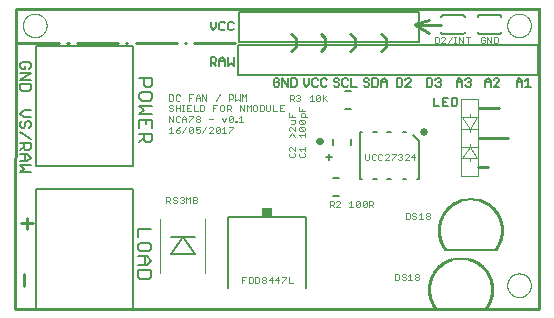
<source format=gto>
G75*
%MOIN*%
%OFA0B0*%
%FSLAX25Y25*%
%IPPOS*%
%LPD*%
%AMOC8*
5,1,8,0,0,1.08239X$1,22.5*
%
%ADD10C,0.00000*%
%ADD11C,0.00500*%
%ADD12C,0.00400*%
%ADD13C,0.01100*%
%ADD14C,0.00800*%
%ADD15C,0.00600*%
%ADD16C,0.01000*%
%ADD17C,0.00236*%
%ADD18C,0.02600*%
%ADD19R,0.03400X0.03000*%
%ADD20C,0.02200*%
%ADD21C,0.00080*%
D10*
X0003833Y0004000D02*
X0178333Y0004000D01*
X0178833Y0104394D01*
X0004333Y0104394D01*
X0003833Y0004000D01*
X0006522Y0098488D02*
X0006524Y0098613D01*
X0006530Y0098738D01*
X0006540Y0098862D01*
X0006554Y0098986D01*
X0006571Y0099110D01*
X0006593Y0099233D01*
X0006619Y0099355D01*
X0006648Y0099477D01*
X0006681Y0099597D01*
X0006719Y0099716D01*
X0006759Y0099835D01*
X0006804Y0099951D01*
X0006852Y0100066D01*
X0006904Y0100180D01*
X0006960Y0100292D01*
X0007019Y0100402D01*
X0007081Y0100510D01*
X0007147Y0100617D01*
X0007216Y0100721D01*
X0007289Y0100822D01*
X0007364Y0100922D01*
X0007443Y0101019D01*
X0007525Y0101113D01*
X0007610Y0101205D01*
X0007697Y0101294D01*
X0007788Y0101380D01*
X0007881Y0101463D01*
X0007977Y0101544D01*
X0008075Y0101621D01*
X0008175Y0101695D01*
X0008278Y0101766D01*
X0008383Y0101833D01*
X0008491Y0101898D01*
X0008600Y0101958D01*
X0008711Y0102016D01*
X0008824Y0102069D01*
X0008938Y0102119D01*
X0009054Y0102166D01*
X0009171Y0102208D01*
X0009290Y0102247D01*
X0009410Y0102283D01*
X0009531Y0102314D01*
X0009653Y0102342D01*
X0009775Y0102365D01*
X0009899Y0102385D01*
X0010023Y0102401D01*
X0010147Y0102413D01*
X0010272Y0102421D01*
X0010397Y0102425D01*
X0010521Y0102425D01*
X0010646Y0102421D01*
X0010771Y0102413D01*
X0010895Y0102401D01*
X0011019Y0102385D01*
X0011143Y0102365D01*
X0011265Y0102342D01*
X0011387Y0102314D01*
X0011508Y0102283D01*
X0011628Y0102247D01*
X0011747Y0102208D01*
X0011864Y0102166D01*
X0011980Y0102119D01*
X0012094Y0102069D01*
X0012207Y0102016D01*
X0012318Y0101958D01*
X0012428Y0101898D01*
X0012535Y0101833D01*
X0012640Y0101766D01*
X0012743Y0101695D01*
X0012843Y0101621D01*
X0012941Y0101544D01*
X0013037Y0101463D01*
X0013130Y0101380D01*
X0013221Y0101294D01*
X0013308Y0101205D01*
X0013393Y0101113D01*
X0013475Y0101019D01*
X0013554Y0100922D01*
X0013629Y0100822D01*
X0013702Y0100721D01*
X0013771Y0100617D01*
X0013837Y0100510D01*
X0013899Y0100402D01*
X0013958Y0100292D01*
X0014014Y0100180D01*
X0014066Y0100066D01*
X0014114Y0099951D01*
X0014159Y0099835D01*
X0014199Y0099716D01*
X0014237Y0099597D01*
X0014270Y0099477D01*
X0014299Y0099355D01*
X0014325Y0099233D01*
X0014347Y0099110D01*
X0014364Y0098986D01*
X0014378Y0098862D01*
X0014388Y0098738D01*
X0014394Y0098613D01*
X0014396Y0098488D01*
X0014394Y0098363D01*
X0014388Y0098238D01*
X0014378Y0098114D01*
X0014364Y0097990D01*
X0014347Y0097866D01*
X0014325Y0097743D01*
X0014299Y0097621D01*
X0014270Y0097499D01*
X0014237Y0097379D01*
X0014199Y0097260D01*
X0014159Y0097141D01*
X0014114Y0097025D01*
X0014066Y0096910D01*
X0014014Y0096796D01*
X0013958Y0096684D01*
X0013899Y0096574D01*
X0013837Y0096466D01*
X0013771Y0096359D01*
X0013702Y0096255D01*
X0013629Y0096154D01*
X0013554Y0096054D01*
X0013475Y0095957D01*
X0013393Y0095863D01*
X0013308Y0095771D01*
X0013221Y0095682D01*
X0013130Y0095596D01*
X0013037Y0095513D01*
X0012941Y0095432D01*
X0012843Y0095355D01*
X0012743Y0095281D01*
X0012640Y0095210D01*
X0012535Y0095143D01*
X0012427Y0095078D01*
X0012318Y0095018D01*
X0012207Y0094960D01*
X0012094Y0094907D01*
X0011980Y0094857D01*
X0011864Y0094810D01*
X0011747Y0094768D01*
X0011628Y0094729D01*
X0011508Y0094693D01*
X0011387Y0094662D01*
X0011265Y0094634D01*
X0011143Y0094611D01*
X0011019Y0094591D01*
X0010895Y0094575D01*
X0010771Y0094563D01*
X0010646Y0094555D01*
X0010521Y0094551D01*
X0010397Y0094551D01*
X0010272Y0094555D01*
X0010147Y0094563D01*
X0010023Y0094575D01*
X0009899Y0094591D01*
X0009775Y0094611D01*
X0009653Y0094634D01*
X0009531Y0094662D01*
X0009410Y0094693D01*
X0009290Y0094729D01*
X0009171Y0094768D01*
X0009054Y0094810D01*
X0008938Y0094857D01*
X0008824Y0094907D01*
X0008711Y0094960D01*
X0008600Y0095018D01*
X0008490Y0095078D01*
X0008383Y0095143D01*
X0008278Y0095210D01*
X0008175Y0095281D01*
X0008075Y0095355D01*
X0007977Y0095432D01*
X0007881Y0095513D01*
X0007788Y0095596D01*
X0007697Y0095682D01*
X0007610Y0095771D01*
X0007525Y0095863D01*
X0007443Y0095957D01*
X0007364Y0096054D01*
X0007289Y0096154D01*
X0007216Y0096255D01*
X0007147Y0096359D01*
X0007081Y0096466D01*
X0007019Y0096574D01*
X0006960Y0096684D01*
X0006904Y0096796D01*
X0006852Y0096910D01*
X0006804Y0097025D01*
X0006759Y0097141D01*
X0006719Y0097260D01*
X0006681Y0097379D01*
X0006648Y0097499D01*
X0006619Y0097621D01*
X0006593Y0097743D01*
X0006571Y0097866D01*
X0006554Y0097990D01*
X0006540Y0098114D01*
X0006530Y0098238D01*
X0006524Y0098363D01*
X0006522Y0098488D01*
X0167940Y0098488D02*
X0167942Y0098613D01*
X0167948Y0098738D01*
X0167958Y0098862D01*
X0167972Y0098986D01*
X0167989Y0099110D01*
X0168011Y0099233D01*
X0168037Y0099355D01*
X0168066Y0099477D01*
X0168099Y0099597D01*
X0168137Y0099716D01*
X0168177Y0099835D01*
X0168222Y0099951D01*
X0168270Y0100066D01*
X0168322Y0100180D01*
X0168378Y0100292D01*
X0168437Y0100402D01*
X0168499Y0100510D01*
X0168565Y0100617D01*
X0168634Y0100721D01*
X0168707Y0100822D01*
X0168782Y0100922D01*
X0168861Y0101019D01*
X0168943Y0101113D01*
X0169028Y0101205D01*
X0169115Y0101294D01*
X0169206Y0101380D01*
X0169299Y0101463D01*
X0169395Y0101544D01*
X0169493Y0101621D01*
X0169593Y0101695D01*
X0169696Y0101766D01*
X0169801Y0101833D01*
X0169909Y0101898D01*
X0170018Y0101958D01*
X0170129Y0102016D01*
X0170242Y0102069D01*
X0170356Y0102119D01*
X0170472Y0102166D01*
X0170589Y0102208D01*
X0170708Y0102247D01*
X0170828Y0102283D01*
X0170949Y0102314D01*
X0171071Y0102342D01*
X0171193Y0102365D01*
X0171317Y0102385D01*
X0171441Y0102401D01*
X0171565Y0102413D01*
X0171690Y0102421D01*
X0171815Y0102425D01*
X0171939Y0102425D01*
X0172064Y0102421D01*
X0172189Y0102413D01*
X0172313Y0102401D01*
X0172437Y0102385D01*
X0172561Y0102365D01*
X0172683Y0102342D01*
X0172805Y0102314D01*
X0172926Y0102283D01*
X0173046Y0102247D01*
X0173165Y0102208D01*
X0173282Y0102166D01*
X0173398Y0102119D01*
X0173512Y0102069D01*
X0173625Y0102016D01*
X0173736Y0101958D01*
X0173846Y0101898D01*
X0173953Y0101833D01*
X0174058Y0101766D01*
X0174161Y0101695D01*
X0174261Y0101621D01*
X0174359Y0101544D01*
X0174455Y0101463D01*
X0174548Y0101380D01*
X0174639Y0101294D01*
X0174726Y0101205D01*
X0174811Y0101113D01*
X0174893Y0101019D01*
X0174972Y0100922D01*
X0175047Y0100822D01*
X0175120Y0100721D01*
X0175189Y0100617D01*
X0175255Y0100510D01*
X0175317Y0100402D01*
X0175376Y0100292D01*
X0175432Y0100180D01*
X0175484Y0100066D01*
X0175532Y0099951D01*
X0175577Y0099835D01*
X0175617Y0099716D01*
X0175655Y0099597D01*
X0175688Y0099477D01*
X0175717Y0099355D01*
X0175743Y0099233D01*
X0175765Y0099110D01*
X0175782Y0098986D01*
X0175796Y0098862D01*
X0175806Y0098738D01*
X0175812Y0098613D01*
X0175814Y0098488D01*
X0175812Y0098363D01*
X0175806Y0098238D01*
X0175796Y0098114D01*
X0175782Y0097990D01*
X0175765Y0097866D01*
X0175743Y0097743D01*
X0175717Y0097621D01*
X0175688Y0097499D01*
X0175655Y0097379D01*
X0175617Y0097260D01*
X0175577Y0097141D01*
X0175532Y0097025D01*
X0175484Y0096910D01*
X0175432Y0096796D01*
X0175376Y0096684D01*
X0175317Y0096574D01*
X0175255Y0096466D01*
X0175189Y0096359D01*
X0175120Y0096255D01*
X0175047Y0096154D01*
X0174972Y0096054D01*
X0174893Y0095957D01*
X0174811Y0095863D01*
X0174726Y0095771D01*
X0174639Y0095682D01*
X0174548Y0095596D01*
X0174455Y0095513D01*
X0174359Y0095432D01*
X0174261Y0095355D01*
X0174161Y0095281D01*
X0174058Y0095210D01*
X0173953Y0095143D01*
X0173845Y0095078D01*
X0173736Y0095018D01*
X0173625Y0094960D01*
X0173512Y0094907D01*
X0173398Y0094857D01*
X0173282Y0094810D01*
X0173165Y0094768D01*
X0173046Y0094729D01*
X0172926Y0094693D01*
X0172805Y0094662D01*
X0172683Y0094634D01*
X0172561Y0094611D01*
X0172437Y0094591D01*
X0172313Y0094575D01*
X0172189Y0094563D01*
X0172064Y0094555D01*
X0171939Y0094551D01*
X0171815Y0094551D01*
X0171690Y0094555D01*
X0171565Y0094563D01*
X0171441Y0094575D01*
X0171317Y0094591D01*
X0171193Y0094611D01*
X0171071Y0094634D01*
X0170949Y0094662D01*
X0170828Y0094693D01*
X0170708Y0094729D01*
X0170589Y0094768D01*
X0170472Y0094810D01*
X0170356Y0094857D01*
X0170242Y0094907D01*
X0170129Y0094960D01*
X0170018Y0095018D01*
X0169908Y0095078D01*
X0169801Y0095143D01*
X0169696Y0095210D01*
X0169593Y0095281D01*
X0169493Y0095355D01*
X0169395Y0095432D01*
X0169299Y0095513D01*
X0169206Y0095596D01*
X0169115Y0095682D01*
X0169028Y0095771D01*
X0168943Y0095863D01*
X0168861Y0095957D01*
X0168782Y0096054D01*
X0168707Y0096154D01*
X0168634Y0096255D01*
X0168565Y0096359D01*
X0168499Y0096466D01*
X0168437Y0096574D01*
X0168378Y0096684D01*
X0168322Y0096796D01*
X0168270Y0096910D01*
X0168222Y0097025D01*
X0168177Y0097141D01*
X0168137Y0097260D01*
X0168099Y0097379D01*
X0168066Y0097499D01*
X0168037Y0097621D01*
X0168011Y0097743D01*
X0167989Y0097866D01*
X0167972Y0097990D01*
X0167958Y0098114D01*
X0167948Y0098238D01*
X0167942Y0098363D01*
X0167940Y0098488D01*
X0167940Y0011874D02*
X0167942Y0011999D01*
X0167948Y0012124D01*
X0167958Y0012248D01*
X0167972Y0012372D01*
X0167989Y0012496D01*
X0168011Y0012619D01*
X0168037Y0012741D01*
X0168066Y0012863D01*
X0168099Y0012983D01*
X0168137Y0013102D01*
X0168177Y0013221D01*
X0168222Y0013337D01*
X0168270Y0013452D01*
X0168322Y0013566D01*
X0168378Y0013678D01*
X0168437Y0013788D01*
X0168499Y0013896D01*
X0168565Y0014003D01*
X0168634Y0014107D01*
X0168707Y0014208D01*
X0168782Y0014308D01*
X0168861Y0014405D01*
X0168943Y0014499D01*
X0169028Y0014591D01*
X0169115Y0014680D01*
X0169206Y0014766D01*
X0169299Y0014849D01*
X0169395Y0014930D01*
X0169493Y0015007D01*
X0169593Y0015081D01*
X0169696Y0015152D01*
X0169801Y0015219D01*
X0169909Y0015284D01*
X0170018Y0015344D01*
X0170129Y0015402D01*
X0170242Y0015455D01*
X0170356Y0015505D01*
X0170472Y0015552D01*
X0170589Y0015594D01*
X0170708Y0015633D01*
X0170828Y0015669D01*
X0170949Y0015700D01*
X0171071Y0015728D01*
X0171193Y0015751D01*
X0171317Y0015771D01*
X0171441Y0015787D01*
X0171565Y0015799D01*
X0171690Y0015807D01*
X0171815Y0015811D01*
X0171939Y0015811D01*
X0172064Y0015807D01*
X0172189Y0015799D01*
X0172313Y0015787D01*
X0172437Y0015771D01*
X0172561Y0015751D01*
X0172683Y0015728D01*
X0172805Y0015700D01*
X0172926Y0015669D01*
X0173046Y0015633D01*
X0173165Y0015594D01*
X0173282Y0015552D01*
X0173398Y0015505D01*
X0173512Y0015455D01*
X0173625Y0015402D01*
X0173736Y0015344D01*
X0173846Y0015284D01*
X0173953Y0015219D01*
X0174058Y0015152D01*
X0174161Y0015081D01*
X0174261Y0015007D01*
X0174359Y0014930D01*
X0174455Y0014849D01*
X0174548Y0014766D01*
X0174639Y0014680D01*
X0174726Y0014591D01*
X0174811Y0014499D01*
X0174893Y0014405D01*
X0174972Y0014308D01*
X0175047Y0014208D01*
X0175120Y0014107D01*
X0175189Y0014003D01*
X0175255Y0013896D01*
X0175317Y0013788D01*
X0175376Y0013678D01*
X0175432Y0013566D01*
X0175484Y0013452D01*
X0175532Y0013337D01*
X0175577Y0013221D01*
X0175617Y0013102D01*
X0175655Y0012983D01*
X0175688Y0012863D01*
X0175717Y0012741D01*
X0175743Y0012619D01*
X0175765Y0012496D01*
X0175782Y0012372D01*
X0175796Y0012248D01*
X0175806Y0012124D01*
X0175812Y0011999D01*
X0175814Y0011874D01*
X0175812Y0011749D01*
X0175806Y0011624D01*
X0175796Y0011500D01*
X0175782Y0011376D01*
X0175765Y0011252D01*
X0175743Y0011129D01*
X0175717Y0011007D01*
X0175688Y0010885D01*
X0175655Y0010765D01*
X0175617Y0010646D01*
X0175577Y0010527D01*
X0175532Y0010411D01*
X0175484Y0010296D01*
X0175432Y0010182D01*
X0175376Y0010070D01*
X0175317Y0009960D01*
X0175255Y0009852D01*
X0175189Y0009745D01*
X0175120Y0009641D01*
X0175047Y0009540D01*
X0174972Y0009440D01*
X0174893Y0009343D01*
X0174811Y0009249D01*
X0174726Y0009157D01*
X0174639Y0009068D01*
X0174548Y0008982D01*
X0174455Y0008899D01*
X0174359Y0008818D01*
X0174261Y0008741D01*
X0174161Y0008667D01*
X0174058Y0008596D01*
X0173953Y0008529D01*
X0173845Y0008464D01*
X0173736Y0008404D01*
X0173625Y0008346D01*
X0173512Y0008293D01*
X0173398Y0008243D01*
X0173282Y0008196D01*
X0173165Y0008154D01*
X0173046Y0008115D01*
X0172926Y0008079D01*
X0172805Y0008048D01*
X0172683Y0008020D01*
X0172561Y0007997D01*
X0172437Y0007977D01*
X0172313Y0007961D01*
X0172189Y0007949D01*
X0172064Y0007941D01*
X0171939Y0007937D01*
X0171815Y0007937D01*
X0171690Y0007941D01*
X0171565Y0007949D01*
X0171441Y0007961D01*
X0171317Y0007977D01*
X0171193Y0007997D01*
X0171071Y0008020D01*
X0170949Y0008048D01*
X0170828Y0008079D01*
X0170708Y0008115D01*
X0170589Y0008154D01*
X0170472Y0008196D01*
X0170356Y0008243D01*
X0170242Y0008293D01*
X0170129Y0008346D01*
X0170018Y0008404D01*
X0169908Y0008464D01*
X0169801Y0008529D01*
X0169696Y0008596D01*
X0169593Y0008667D01*
X0169493Y0008741D01*
X0169395Y0008818D01*
X0169299Y0008899D01*
X0169206Y0008982D01*
X0169115Y0009068D01*
X0169028Y0009157D01*
X0168943Y0009249D01*
X0168861Y0009343D01*
X0168782Y0009440D01*
X0168707Y0009540D01*
X0168634Y0009641D01*
X0168565Y0009745D01*
X0168499Y0009852D01*
X0168437Y0009960D01*
X0168378Y0010070D01*
X0168322Y0010182D01*
X0168270Y0010296D01*
X0168222Y0010411D01*
X0168177Y0010527D01*
X0168137Y0010646D01*
X0168099Y0010765D01*
X0168066Y0010885D01*
X0168037Y0011007D01*
X0168011Y0011129D01*
X0167989Y0011252D01*
X0167972Y0011376D01*
X0167958Y0011500D01*
X0167948Y0011624D01*
X0167942Y0011749D01*
X0167940Y0011874D01*
D11*
X0111833Y0041500D02*
X0109833Y0041500D01*
X0109833Y0047500D02*
X0111833Y0047500D01*
X0118892Y0047146D02*
X0119680Y0047146D01*
X0118892Y0047146D02*
X0118892Y0062894D01*
X0119680Y0062894D01*
X0123223Y0062894D02*
X0124404Y0062894D01*
X0127948Y0062894D02*
X0129129Y0062894D01*
X0133066Y0062894D02*
X0134247Y0062894D01*
X0136487Y0062106D02*
X0138577Y0060015D01*
X0138577Y0047146D01*
X0137790Y0047146D01*
X0134247Y0047146D02*
X0133066Y0047146D01*
X0129129Y0047146D02*
X0127948Y0047146D01*
X0124404Y0047146D02*
X0123223Y0047146D01*
X0109633Y0054500D02*
X0107633Y0054500D01*
X0108633Y0053500D02*
X0108633Y0055500D01*
X0109833Y0058500D02*
X0109833Y0060500D01*
X0115833Y0060500D02*
X0115833Y0058500D01*
X0115833Y0070500D02*
X0113833Y0070500D01*
X0113833Y0076500D02*
X0115833Y0076500D01*
X0115976Y0078124D02*
X0117778Y0078124D01*
X0115976Y0078124D02*
X0115976Y0080826D01*
X0114831Y0080376D02*
X0114381Y0080826D01*
X0113480Y0080826D01*
X0113030Y0080376D01*
X0113030Y0078574D01*
X0113480Y0078124D01*
X0114381Y0078124D01*
X0114831Y0078574D01*
X0111885Y0078574D02*
X0111885Y0079025D01*
X0111434Y0079475D01*
X0110534Y0079475D01*
X0110083Y0079926D01*
X0110083Y0080376D01*
X0110534Y0080826D01*
X0111434Y0080826D01*
X0111885Y0080376D01*
X0111885Y0078574D02*
X0111434Y0078124D01*
X0110534Y0078124D01*
X0110083Y0078574D01*
X0107778Y0078574D02*
X0107328Y0078124D01*
X0106427Y0078124D01*
X0105976Y0078574D01*
X0105976Y0080376D01*
X0106427Y0080826D01*
X0107328Y0080826D01*
X0107778Y0080376D01*
X0104831Y0080376D02*
X0104381Y0080826D01*
X0103480Y0080826D01*
X0103030Y0080376D01*
X0103030Y0078574D01*
X0103480Y0078124D01*
X0104381Y0078124D01*
X0104831Y0078574D01*
X0101885Y0079025D02*
X0101885Y0080826D01*
X0101885Y0079025D02*
X0100984Y0078124D01*
X0100083Y0079025D01*
X0100083Y0080826D01*
X0097778Y0080376D02*
X0097328Y0080826D01*
X0095976Y0080826D01*
X0095976Y0078124D01*
X0097328Y0078124D01*
X0097778Y0078574D01*
X0097778Y0080376D01*
X0094831Y0080826D02*
X0094831Y0078124D01*
X0093030Y0080826D01*
X0093030Y0078124D01*
X0091885Y0078574D02*
X0091885Y0079475D01*
X0090984Y0079475D01*
X0090083Y0078574D02*
X0090534Y0078124D01*
X0091434Y0078124D01*
X0091885Y0078574D01*
X0090083Y0078574D02*
X0090083Y0080376D01*
X0090534Y0080826D01*
X0091434Y0080826D01*
X0091885Y0080376D01*
X0078333Y0081874D02*
X0078333Y0091874D01*
X0178333Y0091874D01*
X0178333Y0081874D01*
X0078333Y0081874D01*
X0076778Y0085124D02*
X0076778Y0087826D01*
X0074976Y0087826D02*
X0074976Y0085124D01*
X0075877Y0086025D01*
X0076778Y0085124D01*
X0073831Y0085124D02*
X0073831Y0086926D01*
X0072931Y0087826D01*
X0072030Y0086926D01*
X0072030Y0085124D01*
X0070885Y0085124D02*
X0069984Y0086025D01*
X0070434Y0086025D02*
X0069083Y0086025D01*
X0069083Y0085124D02*
X0069083Y0087826D01*
X0070434Y0087826D01*
X0070885Y0087376D01*
X0070885Y0086475D01*
X0070434Y0086025D01*
X0072030Y0086475D02*
X0073831Y0086475D01*
X0078491Y0093094D02*
X0078491Y0103094D01*
X0138491Y0103094D01*
X0138491Y0093094D01*
X0078491Y0093094D01*
X0076328Y0096935D02*
X0075427Y0096935D01*
X0074976Y0097385D01*
X0074976Y0099187D01*
X0075427Y0099637D01*
X0076328Y0099637D01*
X0076778Y0099187D01*
X0076778Y0097385D02*
X0076328Y0096935D01*
X0073831Y0097385D02*
X0073381Y0096935D01*
X0072480Y0096935D01*
X0072030Y0097385D01*
X0072030Y0099187D01*
X0072480Y0099637D01*
X0073381Y0099637D01*
X0073831Y0099187D01*
X0070885Y0099637D02*
X0070885Y0097836D01*
X0069984Y0096935D01*
X0069083Y0097836D01*
X0069083Y0099637D01*
X0043333Y0091500D02*
X0043333Y0051500D01*
X0010833Y0051500D01*
X0010833Y0091500D01*
X0043333Y0091500D01*
X0120083Y0080376D02*
X0120083Y0079926D01*
X0120534Y0079475D01*
X0121434Y0079475D01*
X0121885Y0079025D01*
X0121885Y0078574D01*
X0121434Y0078124D01*
X0120534Y0078124D01*
X0120083Y0078574D01*
X0120083Y0080376D02*
X0120534Y0080826D01*
X0121434Y0080826D01*
X0121885Y0080376D01*
X0123030Y0080826D02*
X0124381Y0080826D01*
X0124831Y0080376D01*
X0124831Y0078574D01*
X0124381Y0078124D01*
X0123030Y0078124D01*
X0123030Y0080826D01*
X0125976Y0079926D02*
X0126877Y0080826D01*
X0127778Y0079926D01*
X0127778Y0078124D01*
X0127778Y0079475D02*
X0125976Y0079475D01*
X0125976Y0079926D02*
X0125976Y0078124D01*
X0131083Y0078124D02*
X0132434Y0078124D01*
X0132885Y0078574D01*
X0132885Y0080376D01*
X0132434Y0080826D01*
X0131083Y0080826D01*
X0131083Y0078124D01*
X0134030Y0078124D02*
X0135831Y0079926D01*
X0135831Y0080376D01*
X0135381Y0080826D01*
X0134480Y0080826D01*
X0134030Y0080376D01*
X0134030Y0078124D02*
X0135831Y0078124D01*
X0141083Y0078124D02*
X0141083Y0080826D01*
X0142434Y0080826D01*
X0142885Y0080376D01*
X0142885Y0078574D01*
X0142434Y0078124D01*
X0141083Y0078124D01*
X0144030Y0078574D02*
X0144480Y0078124D01*
X0145381Y0078124D01*
X0145831Y0078574D01*
X0145831Y0079025D01*
X0145381Y0079475D01*
X0144931Y0079475D01*
X0145381Y0079475D02*
X0145831Y0079926D01*
X0145831Y0080376D01*
X0145381Y0080826D01*
X0144480Y0080826D01*
X0144030Y0080376D01*
X0151083Y0079926D02*
X0151083Y0078124D01*
X0151083Y0079475D02*
X0152885Y0079475D01*
X0152885Y0079926D02*
X0151984Y0080826D01*
X0151083Y0079926D01*
X0152885Y0079926D02*
X0152885Y0078124D01*
X0154030Y0078574D02*
X0154480Y0078124D01*
X0155381Y0078124D01*
X0155831Y0078574D01*
X0155831Y0079025D01*
X0155381Y0079475D01*
X0154931Y0079475D01*
X0155381Y0079475D02*
X0155831Y0079926D01*
X0155831Y0080376D01*
X0155381Y0080826D01*
X0154480Y0080826D01*
X0154030Y0080376D01*
X0160583Y0079926D02*
X0160583Y0078124D01*
X0160583Y0079475D02*
X0162385Y0079475D01*
X0162385Y0079926D02*
X0161484Y0080826D01*
X0160583Y0079926D01*
X0162385Y0079926D02*
X0162385Y0078124D01*
X0163530Y0078124D02*
X0165331Y0079926D01*
X0165331Y0080376D01*
X0164881Y0080826D01*
X0163980Y0080826D01*
X0163530Y0080376D01*
X0163530Y0078124D02*
X0165331Y0078124D01*
X0171083Y0078124D02*
X0171083Y0079926D01*
X0171984Y0080826D01*
X0172885Y0079926D01*
X0172885Y0078124D01*
X0174030Y0078124D02*
X0175831Y0078124D01*
X0174931Y0078124D02*
X0174931Y0080826D01*
X0174030Y0079926D01*
X0172885Y0079475D02*
X0171083Y0079475D01*
X0151222Y0073963D02*
X0151222Y0072162D01*
X0150771Y0071711D01*
X0149420Y0071711D01*
X0149420Y0074414D01*
X0150771Y0074414D01*
X0151222Y0073963D01*
X0148275Y0074414D02*
X0146474Y0074414D01*
X0146474Y0071711D01*
X0148275Y0071711D01*
X0147375Y0073063D02*
X0146474Y0073063D01*
X0145329Y0071711D02*
X0143527Y0071711D01*
X0143527Y0074414D01*
X0146680Y0095745D02*
X0152979Y0095745D01*
X0153030Y0095739D01*
X0153082Y0095737D01*
X0153134Y0095739D01*
X0153185Y0095745D01*
X0153236Y0095754D01*
X0153286Y0095768D01*
X0153335Y0095785D01*
X0153382Y0095806D01*
X0153428Y0095830D01*
X0153472Y0095857D01*
X0153513Y0095888D01*
X0153553Y0095922D01*
X0153589Y0095958D01*
X0153623Y0095998D01*
X0153654Y0096039D01*
X0153681Y0096083D01*
X0153705Y0096129D01*
X0153726Y0096176D01*
X0153743Y0096225D01*
X0153757Y0096275D01*
X0153766Y0096326D01*
X0158097Y0096326D02*
X0158106Y0096275D01*
X0158120Y0096225D01*
X0158137Y0096176D01*
X0158158Y0096129D01*
X0158182Y0096083D01*
X0158209Y0096039D01*
X0158240Y0095998D01*
X0158274Y0095958D01*
X0158310Y0095922D01*
X0158350Y0095888D01*
X0158391Y0095857D01*
X0158435Y0095830D01*
X0158481Y0095806D01*
X0158528Y0095785D01*
X0158577Y0095768D01*
X0158627Y0095754D01*
X0158678Y0095745D01*
X0158729Y0095739D01*
X0158781Y0095737D01*
X0158833Y0095739D01*
X0158884Y0095745D01*
X0158885Y0095745D02*
X0165184Y0095745D01*
X0165235Y0095739D01*
X0165287Y0095737D01*
X0165339Y0095739D01*
X0165390Y0095745D01*
X0165441Y0095754D01*
X0165491Y0095768D01*
X0165540Y0095785D01*
X0165587Y0095806D01*
X0165633Y0095830D01*
X0165677Y0095857D01*
X0165718Y0095888D01*
X0165758Y0095922D01*
X0165794Y0095958D01*
X0165828Y0095998D01*
X0165859Y0096039D01*
X0165886Y0096083D01*
X0165910Y0096129D01*
X0165931Y0096176D01*
X0165948Y0096225D01*
X0165962Y0096275D01*
X0165971Y0096326D01*
X0165971Y0101438D02*
X0165965Y0101485D01*
X0165956Y0101532D01*
X0165943Y0101578D01*
X0165927Y0101623D01*
X0165908Y0101666D01*
X0165885Y0101708D01*
X0165859Y0101748D01*
X0165831Y0101786D01*
X0165799Y0101822D01*
X0165765Y0101855D01*
X0165729Y0101886D01*
X0165691Y0101914D01*
X0165650Y0101939D01*
X0165608Y0101960D01*
X0165564Y0101979D01*
X0165519Y0101994D01*
X0165473Y0102006D01*
X0165426Y0102015D01*
X0165379Y0102020D01*
X0165331Y0102021D01*
X0165284Y0102019D01*
X0158985Y0102019D01*
X0158984Y0102019D02*
X0158931Y0102028D01*
X0158878Y0102034D01*
X0158825Y0102035D01*
X0158771Y0102033D01*
X0158718Y0102026D01*
X0158665Y0102016D01*
X0158614Y0102003D01*
X0158563Y0101985D01*
X0158514Y0101965D01*
X0158466Y0101940D01*
X0158420Y0101912D01*
X0158376Y0101882D01*
X0158335Y0101848D01*
X0158296Y0101811D01*
X0158260Y0101771D01*
X0158227Y0101729D01*
X0158197Y0101685D01*
X0158170Y0101639D01*
X0158146Y0101591D01*
X0158126Y0101541D01*
X0158110Y0101490D01*
X0158097Y0101438D01*
X0153766Y0101438D02*
X0153760Y0101485D01*
X0153751Y0101532D01*
X0153738Y0101578D01*
X0153722Y0101623D01*
X0153703Y0101666D01*
X0153680Y0101708D01*
X0153654Y0101748D01*
X0153626Y0101786D01*
X0153594Y0101822D01*
X0153560Y0101855D01*
X0153524Y0101886D01*
X0153486Y0101914D01*
X0153445Y0101939D01*
X0153403Y0101960D01*
X0153359Y0101979D01*
X0153314Y0101994D01*
X0153268Y0102006D01*
X0153221Y0102015D01*
X0153174Y0102020D01*
X0153126Y0102021D01*
X0153079Y0102019D01*
X0146780Y0102019D01*
X0146727Y0102028D01*
X0146674Y0102034D01*
X0146621Y0102035D01*
X0146567Y0102033D01*
X0146514Y0102026D01*
X0146461Y0102016D01*
X0146410Y0102003D01*
X0146359Y0101985D01*
X0146310Y0101965D01*
X0146262Y0101940D01*
X0146216Y0101912D01*
X0146172Y0101882D01*
X0146131Y0101848D01*
X0146092Y0101811D01*
X0146056Y0101771D01*
X0146023Y0101729D01*
X0145993Y0101685D01*
X0145966Y0101639D01*
X0145942Y0101591D01*
X0145922Y0101541D01*
X0145906Y0101490D01*
X0145893Y0101438D01*
X0145893Y0096326D02*
X0145902Y0096275D01*
X0145916Y0096225D01*
X0145933Y0096176D01*
X0145954Y0096129D01*
X0145978Y0096083D01*
X0146005Y0096039D01*
X0146036Y0095998D01*
X0146070Y0095958D01*
X0146106Y0095922D01*
X0146146Y0095888D01*
X0146187Y0095857D01*
X0146231Y0095830D01*
X0146277Y0095806D01*
X0146324Y0095785D01*
X0146373Y0095768D01*
X0146423Y0095754D01*
X0146474Y0095745D01*
X0146525Y0095739D01*
X0146577Y0095737D01*
X0146629Y0095739D01*
X0146680Y0095745D01*
X0043333Y0044000D02*
X0043333Y0004000D01*
X0010833Y0004000D01*
X0010833Y0044000D01*
X0043333Y0044000D01*
D12*
X0054360Y0041241D02*
X0054360Y0039239D01*
X0054360Y0039907D02*
X0055361Y0039907D01*
X0055695Y0040240D01*
X0055695Y0040907D01*
X0055361Y0041241D01*
X0054360Y0041241D01*
X0055027Y0039907D02*
X0055695Y0039239D01*
X0056570Y0039573D02*
X0056904Y0039239D01*
X0057571Y0039239D01*
X0057904Y0039573D01*
X0057904Y0039907D01*
X0057571Y0040240D01*
X0056904Y0040240D01*
X0056570Y0040574D01*
X0056570Y0040907D01*
X0056904Y0041241D01*
X0057571Y0041241D01*
X0057904Y0040907D01*
X0058780Y0040907D02*
X0059113Y0041241D01*
X0059781Y0041241D01*
X0060114Y0040907D01*
X0060114Y0040574D01*
X0059781Y0040240D01*
X0060114Y0039907D01*
X0060114Y0039573D01*
X0059781Y0039239D01*
X0059113Y0039239D01*
X0058780Y0039573D01*
X0059447Y0040240D02*
X0059781Y0040240D01*
X0060990Y0039239D02*
X0060990Y0041241D01*
X0061657Y0040574D01*
X0062324Y0041241D01*
X0062324Y0039239D01*
X0063200Y0039239D02*
X0064200Y0039239D01*
X0064534Y0039573D01*
X0064534Y0039907D01*
X0064200Y0040240D01*
X0063200Y0040240D01*
X0064200Y0040240D02*
X0064534Y0040574D01*
X0064534Y0040907D01*
X0064200Y0041241D01*
X0063200Y0041241D01*
X0063200Y0039239D01*
X0067333Y0033900D02*
X0067333Y0016100D01*
X0079594Y0014707D02*
X0079594Y0012706D01*
X0079594Y0013706D02*
X0080262Y0013706D01*
X0080929Y0014707D02*
X0079594Y0014707D01*
X0081804Y0014707D02*
X0081804Y0012706D01*
X0082805Y0012706D01*
X0083139Y0013039D01*
X0083139Y0014374D01*
X0082805Y0014707D01*
X0081804Y0014707D01*
X0084014Y0014707D02*
X0085015Y0014707D01*
X0085349Y0014374D01*
X0085349Y0013039D01*
X0085015Y0012706D01*
X0084014Y0012706D01*
X0084014Y0014707D01*
X0086224Y0014374D02*
X0086224Y0014040D01*
X0086558Y0013706D01*
X0087225Y0013706D01*
X0087558Y0013373D01*
X0087558Y0013039D01*
X0087225Y0012706D01*
X0086558Y0012706D01*
X0086224Y0013039D01*
X0086224Y0013373D01*
X0086558Y0013706D01*
X0087225Y0013706D02*
X0087558Y0014040D01*
X0087558Y0014374D01*
X0087225Y0014707D01*
X0086558Y0014707D01*
X0086224Y0014374D01*
X0088434Y0013706D02*
X0089768Y0013706D01*
X0090644Y0013706D02*
X0091978Y0013706D01*
X0091645Y0012706D02*
X0091645Y0014707D01*
X0090644Y0013706D01*
X0089435Y0012706D02*
X0089435Y0014707D01*
X0088434Y0013706D01*
X0092854Y0013039D02*
X0092854Y0012706D01*
X0092854Y0013039D02*
X0094188Y0014374D01*
X0094188Y0014707D01*
X0092854Y0014707D01*
X0095064Y0014707D02*
X0095064Y0012706D01*
X0096398Y0012706D01*
X0130528Y0013693D02*
X0131529Y0013693D01*
X0131863Y0014027D01*
X0131863Y0015361D01*
X0131529Y0015695D01*
X0130528Y0015695D01*
X0130528Y0013693D01*
X0132738Y0014027D02*
X0133072Y0013693D01*
X0133739Y0013693D01*
X0134073Y0014027D01*
X0134073Y0014360D01*
X0133739Y0014694D01*
X0133072Y0014694D01*
X0132738Y0015027D01*
X0132738Y0015361D01*
X0133072Y0015695D01*
X0133739Y0015695D01*
X0134073Y0015361D01*
X0134948Y0015027D02*
X0135615Y0015695D01*
X0135615Y0013693D01*
X0134948Y0013693D02*
X0136283Y0013693D01*
X0137158Y0014027D02*
X0137158Y0014360D01*
X0137492Y0014694D01*
X0138159Y0014694D01*
X0138493Y0014360D01*
X0138493Y0014027D01*
X0138159Y0013693D01*
X0137492Y0013693D01*
X0137158Y0014027D01*
X0137492Y0014694D02*
X0137158Y0015027D01*
X0137158Y0015361D01*
X0137492Y0015695D01*
X0138159Y0015695D01*
X0138493Y0015361D01*
X0138493Y0015027D01*
X0138159Y0014694D01*
X0138554Y0033984D02*
X0139889Y0033984D01*
X0139222Y0033984D02*
X0139222Y0035986D01*
X0138554Y0035319D01*
X0137679Y0035652D02*
X0137345Y0035986D01*
X0136678Y0035986D01*
X0136345Y0035652D01*
X0136345Y0035319D01*
X0136678Y0034985D01*
X0137345Y0034985D01*
X0137679Y0034651D01*
X0137679Y0034318D01*
X0137345Y0033984D01*
X0136678Y0033984D01*
X0136345Y0034318D01*
X0135469Y0034318D02*
X0135469Y0035652D01*
X0135136Y0035986D01*
X0134135Y0035986D01*
X0134135Y0033984D01*
X0135136Y0033984D01*
X0135469Y0034318D01*
X0140764Y0034318D02*
X0140764Y0034651D01*
X0141098Y0034985D01*
X0141765Y0034985D01*
X0142099Y0034651D01*
X0142099Y0034318D01*
X0141765Y0033984D01*
X0141098Y0033984D01*
X0140764Y0034318D01*
X0141098Y0034985D02*
X0140764Y0035319D01*
X0140764Y0035652D01*
X0141098Y0035986D01*
X0141765Y0035986D01*
X0142099Y0035652D01*
X0142099Y0035319D01*
X0141765Y0034985D01*
X0123315Y0037954D02*
X0122648Y0038621D01*
X0122982Y0038621D02*
X0121981Y0038621D01*
X0121981Y0037954D02*
X0121981Y0039955D01*
X0122982Y0039955D01*
X0123315Y0039622D01*
X0123315Y0038954D01*
X0122982Y0038621D01*
X0121105Y0038287D02*
X0120772Y0037954D01*
X0120105Y0037954D01*
X0119771Y0038287D01*
X0121105Y0039622D01*
X0121105Y0038287D01*
X0119771Y0038287D02*
X0119771Y0039622D01*
X0120105Y0039955D01*
X0120772Y0039955D01*
X0121105Y0039622D01*
X0118896Y0039622D02*
X0117561Y0038287D01*
X0117895Y0037954D01*
X0118562Y0037954D01*
X0118896Y0038287D01*
X0118896Y0039622D01*
X0118562Y0039955D01*
X0117895Y0039955D01*
X0117561Y0039622D01*
X0117561Y0038287D01*
X0116686Y0037954D02*
X0115351Y0037954D01*
X0116018Y0037954D02*
X0116018Y0039955D01*
X0115351Y0039288D01*
X0112266Y0039288D02*
X0112266Y0039622D01*
X0111932Y0039955D01*
X0111265Y0039955D01*
X0110931Y0039622D01*
X0110056Y0039622D02*
X0110056Y0038954D01*
X0109722Y0038621D01*
X0108722Y0038621D01*
X0109389Y0038621D02*
X0110056Y0037954D01*
X0110931Y0037954D02*
X0112266Y0039288D01*
X0112266Y0037954D02*
X0110931Y0037954D01*
X0108722Y0037954D02*
X0108722Y0039955D01*
X0109722Y0039955D01*
X0110056Y0039622D01*
X0120873Y0053769D02*
X0120539Y0054102D01*
X0120539Y0055770D01*
X0121874Y0055770D02*
X0121874Y0054102D01*
X0121540Y0053769D01*
X0120873Y0053769D01*
X0122749Y0054102D02*
X0122749Y0055437D01*
X0123083Y0055770D01*
X0123750Y0055770D01*
X0124084Y0055437D01*
X0124959Y0055437D02*
X0124959Y0054102D01*
X0125293Y0053769D01*
X0125960Y0053769D01*
X0126293Y0054102D01*
X0127169Y0053769D02*
X0128503Y0055103D01*
X0128503Y0055437D01*
X0128170Y0055770D01*
X0127503Y0055770D01*
X0127169Y0055437D01*
X0126293Y0055437D02*
X0125960Y0055770D01*
X0125293Y0055770D01*
X0124959Y0055437D01*
X0124084Y0054102D02*
X0123750Y0053769D01*
X0123083Y0053769D01*
X0122749Y0054102D01*
X0127169Y0053769D02*
X0128503Y0053769D01*
X0129379Y0053769D02*
X0129379Y0054102D01*
X0130713Y0055437D01*
X0130713Y0055770D01*
X0129379Y0055770D01*
X0131589Y0055437D02*
X0131922Y0055770D01*
X0132590Y0055770D01*
X0132923Y0055437D01*
X0132923Y0055103D01*
X0132590Y0054769D01*
X0132923Y0054436D01*
X0132923Y0054102D01*
X0132590Y0053769D01*
X0131922Y0053769D01*
X0131589Y0054102D01*
X0132256Y0054769D02*
X0132590Y0054769D01*
X0133799Y0055437D02*
X0134132Y0055770D01*
X0134799Y0055770D01*
X0135133Y0055437D01*
X0135133Y0055103D01*
X0133799Y0053769D01*
X0135133Y0053769D01*
X0136008Y0054769D02*
X0137343Y0054769D01*
X0137009Y0053769D02*
X0137009Y0055770D01*
X0136008Y0054769D01*
X0107815Y0073454D02*
X0106814Y0074454D01*
X0106481Y0074121D02*
X0107815Y0075455D01*
X0106481Y0075455D02*
X0106481Y0073454D01*
X0105605Y0073787D02*
X0105605Y0075122D01*
X0104271Y0073787D01*
X0104605Y0073454D01*
X0105272Y0073454D01*
X0105605Y0073787D01*
X0104271Y0073787D02*
X0104271Y0075122D01*
X0104605Y0075455D01*
X0105272Y0075455D01*
X0105605Y0075122D01*
X0103396Y0073454D02*
X0102061Y0073454D01*
X0102728Y0073454D02*
X0102728Y0075455D01*
X0102061Y0074788D01*
X0098976Y0074788D02*
X0098642Y0074454D01*
X0098976Y0074121D01*
X0098976Y0073787D01*
X0098642Y0073454D01*
X0097975Y0073454D01*
X0097641Y0073787D01*
X0096766Y0073454D02*
X0096099Y0074121D01*
X0096432Y0074121D02*
X0095431Y0074121D01*
X0095431Y0073454D02*
X0095431Y0075455D01*
X0096432Y0075455D01*
X0096766Y0075122D01*
X0096766Y0074454D01*
X0096432Y0074121D01*
X0097641Y0075122D02*
X0097975Y0075455D01*
X0098642Y0075455D01*
X0098976Y0075122D01*
X0098976Y0074788D01*
X0098642Y0074454D02*
X0098309Y0074454D01*
X0098415Y0071397D02*
X0098415Y0070063D01*
X0100417Y0070063D01*
X0100083Y0069187D02*
X0100417Y0068854D01*
X0100417Y0067853D01*
X0101084Y0067853D02*
X0099082Y0067853D01*
X0099082Y0068854D01*
X0099416Y0069187D01*
X0100083Y0069187D01*
X0099416Y0070063D02*
X0099416Y0070730D01*
X0096266Y0068520D02*
X0096266Y0067853D01*
X0095933Y0066978D02*
X0097267Y0066978D01*
X0097267Y0065977D01*
X0096934Y0065643D01*
X0095933Y0065643D01*
X0095933Y0064768D02*
X0095599Y0064768D01*
X0095265Y0064434D01*
X0095265Y0063767D01*
X0095599Y0063433D01*
X0096266Y0062558D02*
X0097267Y0061223D01*
X0098415Y0061891D02*
X0100417Y0061891D01*
X0100417Y0062558D02*
X0100417Y0061223D01*
X0099082Y0061223D02*
X0098415Y0061891D01*
X0098749Y0063433D02*
X0098415Y0063767D01*
X0098415Y0064434D01*
X0098749Y0064768D01*
X0100083Y0063433D01*
X0100417Y0063767D01*
X0100417Y0064434D01*
X0100083Y0064768D01*
X0098749Y0064768D01*
X0098749Y0065643D02*
X0098415Y0065977D01*
X0098415Y0066644D01*
X0098749Y0066978D01*
X0100083Y0065643D01*
X0100417Y0065977D01*
X0100417Y0066644D01*
X0100083Y0066978D01*
X0098749Y0066978D01*
X0097267Y0067853D02*
X0095265Y0067853D01*
X0095265Y0069187D01*
X0093435Y0069871D02*
X0092101Y0069871D01*
X0092101Y0071873D01*
X0093435Y0071873D01*
X0092768Y0070872D02*
X0092101Y0070872D01*
X0091225Y0069871D02*
X0089891Y0069871D01*
X0089891Y0071873D01*
X0089016Y0071873D02*
X0089016Y0070204D01*
X0088682Y0069871D01*
X0088015Y0069871D01*
X0087681Y0070204D01*
X0087681Y0071873D01*
X0086806Y0071539D02*
X0086806Y0070204D01*
X0086472Y0069871D01*
X0085471Y0069871D01*
X0085471Y0071873D01*
X0086472Y0071873D01*
X0086806Y0071539D01*
X0084596Y0071539D02*
X0084596Y0070204D01*
X0084262Y0069871D01*
X0083595Y0069871D01*
X0083261Y0070204D01*
X0083261Y0071539D01*
X0083595Y0071873D01*
X0084262Y0071873D01*
X0084596Y0071539D01*
X0082386Y0071873D02*
X0082386Y0069871D01*
X0081051Y0069871D02*
X0081051Y0071873D01*
X0081719Y0071205D01*
X0082386Y0071873D01*
X0080176Y0071873D02*
X0080176Y0069871D01*
X0078842Y0071873D01*
X0078842Y0069871D01*
X0079141Y0068273D02*
X0079141Y0066271D01*
X0079808Y0066271D02*
X0078473Y0066271D01*
X0077702Y0066271D02*
X0077368Y0066271D01*
X0077368Y0066604D01*
X0077702Y0066604D01*
X0077702Y0066271D01*
X0076493Y0066604D02*
X0076159Y0066271D01*
X0075492Y0066271D01*
X0075158Y0066604D01*
X0076493Y0067939D01*
X0076493Y0066604D01*
X0075158Y0066604D02*
X0075158Y0067939D01*
X0075492Y0068273D01*
X0076159Y0068273D01*
X0076493Y0067939D01*
X0078473Y0067605D02*
X0079141Y0068273D01*
X0075756Y0069871D02*
X0075089Y0070538D01*
X0075423Y0070538D02*
X0074422Y0070538D01*
X0074422Y0069871D02*
X0074422Y0071873D01*
X0075423Y0071873D01*
X0075756Y0071539D01*
X0075756Y0070872D01*
X0075423Y0070538D01*
X0073546Y0070204D02*
X0073213Y0069871D01*
X0072546Y0069871D01*
X0072212Y0070204D01*
X0072212Y0071539D01*
X0072546Y0071873D01*
X0073213Y0071873D01*
X0073546Y0071539D01*
X0073546Y0070204D01*
X0071337Y0071873D02*
X0070002Y0071873D01*
X0070002Y0069871D01*
X0070002Y0070872D02*
X0070669Y0070872D01*
X0066917Y0071539D02*
X0066917Y0070204D01*
X0066583Y0069871D01*
X0065582Y0069871D01*
X0065582Y0071873D01*
X0066583Y0071873D01*
X0066917Y0071539D01*
X0066319Y0073471D02*
X0066319Y0075473D01*
X0067653Y0073471D01*
X0067653Y0075473D01*
X0065444Y0074805D02*
X0065444Y0073471D01*
X0065444Y0074472D02*
X0064109Y0074472D01*
X0064109Y0074805D02*
X0064776Y0075473D01*
X0065444Y0074805D01*
X0064109Y0074805D02*
X0064109Y0073471D01*
X0062566Y0074472D02*
X0061899Y0074472D01*
X0061899Y0075473D02*
X0063234Y0075473D01*
X0061899Y0075473D02*
X0061899Y0073471D01*
X0062497Y0071873D02*
X0061163Y0071873D01*
X0061163Y0069871D01*
X0062497Y0069871D01*
X0063372Y0069871D02*
X0064707Y0069871D01*
X0063372Y0069871D02*
X0063372Y0071873D01*
X0061830Y0070872D02*
X0061163Y0070872D01*
X0060357Y0071873D02*
X0059689Y0071873D01*
X0060023Y0071873D02*
X0060023Y0069871D01*
X0059689Y0069871D02*
X0060357Y0069871D01*
X0058814Y0069871D02*
X0058814Y0071873D01*
X0058814Y0070872D02*
X0057479Y0070872D01*
X0056604Y0070538D02*
X0056604Y0070204D01*
X0056270Y0069871D01*
X0055603Y0069871D01*
X0055270Y0070204D01*
X0055603Y0070872D02*
X0056270Y0070872D01*
X0056604Y0070538D01*
X0056604Y0071539D02*
X0056270Y0071873D01*
X0055603Y0071873D01*
X0055270Y0071539D01*
X0055270Y0071205D01*
X0055603Y0070872D01*
X0057479Y0069871D02*
X0057479Y0071873D01*
X0057813Y0073471D02*
X0057479Y0073804D01*
X0057479Y0075139D01*
X0057813Y0075473D01*
X0058480Y0075473D01*
X0058814Y0075139D01*
X0058814Y0073804D02*
X0058480Y0073471D01*
X0057813Y0073471D01*
X0056604Y0073804D02*
X0056604Y0075139D01*
X0056270Y0075473D01*
X0055270Y0075473D01*
X0055270Y0073471D01*
X0056270Y0073471D01*
X0056604Y0073804D01*
X0056604Y0068273D02*
X0056604Y0066271D01*
X0055270Y0068273D01*
X0055270Y0066271D01*
X0055937Y0064673D02*
X0055937Y0062671D01*
X0055270Y0062671D02*
X0056604Y0062671D01*
X0057479Y0063004D02*
X0057813Y0062671D01*
X0058480Y0062671D01*
X0058814Y0063004D01*
X0058814Y0063338D01*
X0058480Y0063672D01*
X0057479Y0063672D01*
X0057479Y0063004D01*
X0057479Y0063672D02*
X0058147Y0064339D01*
X0058814Y0064673D01*
X0058480Y0066271D02*
X0058814Y0066604D01*
X0058480Y0066271D02*
X0057813Y0066271D01*
X0057479Y0066604D01*
X0057479Y0067939D01*
X0057813Y0068273D01*
X0058480Y0068273D01*
X0058814Y0067939D01*
X0059689Y0067605D02*
X0060357Y0068273D01*
X0061024Y0067605D01*
X0061024Y0066271D01*
X0061899Y0066271D02*
X0061899Y0066604D01*
X0063234Y0067939D01*
X0063234Y0068273D01*
X0061899Y0068273D01*
X0061024Y0067272D02*
X0059689Y0067272D01*
X0059689Y0067605D02*
X0059689Y0066271D01*
X0061024Y0064673D02*
X0059689Y0062671D01*
X0061899Y0063004D02*
X0061899Y0064339D01*
X0062233Y0064673D01*
X0062900Y0064673D01*
X0063234Y0064339D01*
X0061899Y0063004D01*
X0062233Y0062671D01*
X0062900Y0062671D01*
X0063234Y0063004D01*
X0063234Y0064339D01*
X0064109Y0064673D02*
X0064109Y0063672D01*
X0064776Y0064005D01*
X0065110Y0064005D01*
X0065444Y0063672D01*
X0065444Y0063004D01*
X0065110Y0062671D01*
X0064443Y0062671D01*
X0064109Y0063004D01*
X0066319Y0062671D02*
X0067653Y0064673D01*
X0068529Y0064339D02*
X0068862Y0064673D01*
X0069530Y0064673D01*
X0069863Y0064339D01*
X0069863Y0064005D01*
X0068529Y0062671D01*
X0069863Y0062671D01*
X0070739Y0063004D02*
X0072073Y0064339D01*
X0072073Y0063004D01*
X0071740Y0062671D01*
X0071072Y0062671D01*
X0070739Y0063004D01*
X0070739Y0064339D01*
X0071072Y0064673D01*
X0071740Y0064673D01*
X0072073Y0064339D01*
X0072949Y0064005D02*
X0073616Y0064673D01*
X0073616Y0062671D01*
X0072949Y0062671D02*
X0074283Y0062671D01*
X0075158Y0062671D02*
X0075158Y0063004D01*
X0076493Y0064339D01*
X0076493Y0064673D01*
X0075158Y0064673D01*
X0073616Y0066271D02*
X0074283Y0067605D01*
X0072949Y0067605D02*
X0073616Y0066271D01*
X0069863Y0067272D02*
X0068529Y0067272D01*
X0065444Y0067605D02*
X0065444Y0067939D01*
X0065110Y0068273D01*
X0064443Y0068273D01*
X0064109Y0067939D01*
X0064109Y0067605D01*
X0064443Y0067272D01*
X0065110Y0067272D01*
X0065444Y0066938D01*
X0065444Y0066604D01*
X0065110Y0066271D01*
X0064443Y0066271D01*
X0064109Y0066604D01*
X0064109Y0066938D01*
X0064443Y0067272D01*
X0065110Y0067272D02*
X0065444Y0067605D01*
X0065444Y0064673D02*
X0064109Y0064673D01*
X0055937Y0064673D02*
X0055270Y0064005D01*
X0070739Y0073471D02*
X0072073Y0075473D01*
X0075158Y0075473D02*
X0075158Y0073471D01*
X0075158Y0074138D02*
X0076159Y0074138D01*
X0076493Y0074472D01*
X0076493Y0075139D01*
X0076159Y0075473D01*
X0075158Y0075473D01*
X0077368Y0075473D02*
X0077368Y0073471D01*
X0078036Y0074138D01*
X0078703Y0073471D01*
X0078703Y0075473D01*
X0079578Y0075473D02*
X0080245Y0074805D01*
X0080913Y0075473D01*
X0080913Y0073471D01*
X0079578Y0073471D02*
X0079578Y0075473D01*
X0095933Y0064768D02*
X0097267Y0063433D01*
X0097267Y0064768D01*
X0098749Y0065643D02*
X0100083Y0065643D01*
X0100083Y0063433D02*
X0098749Y0063433D01*
X0096266Y0062558D02*
X0095265Y0061223D01*
X0095599Y0058138D02*
X0095265Y0057804D01*
X0095265Y0057137D01*
X0095599Y0056804D01*
X0095599Y0055928D02*
X0095265Y0055595D01*
X0095265Y0054927D01*
X0095599Y0054594D01*
X0096934Y0054594D01*
X0097267Y0054927D01*
X0097267Y0055595D01*
X0096934Y0055928D01*
X0097267Y0056804D02*
X0095933Y0058138D01*
X0095599Y0058138D01*
X0097267Y0058138D02*
X0097267Y0056804D01*
X0098415Y0057471D02*
X0100417Y0057471D01*
X0100417Y0056804D02*
X0100417Y0058138D01*
X0099082Y0056804D02*
X0098415Y0057471D01*
X0098749Y0055928D02*
X0098415Y0055595D01*
X0098415Y0054927D01*
X0098749Y0054594D01*
X0100083Y0054594D01*
X0100417Y0054927D01*
X0100417Y0055595D01*
X0100083Y0055928D01*
X0052333Y0033900D02*
X0052333Y0016100D01*
X0143730Y0092783D02*
X0144731Y0092783D01*
X0145065Y0093116D01*
X0145065Y0094451D01*
X0144731Y0094784D01*
X0143730Y0094784D01*
X0143730Y0092783D01*
X0145940Y0092783D02*
X0147275Y0094117D01*
X0147275Y0094451D01*
X0146941Y0094784D01*
X0146274Y0094784D01*
X0145940Y0094451D01*
X0145940Y0092783D02*
X0147275Y0092783D01*
X0148150Y0092783D02*
X0149484Y0094784D01*
X0150360Y0094784D02*
X0151027Y0094784D01*
X0150693Y0094784D02*
X0150693Y0092783D01*
X0150360Y0092783D02*
X0151027Y0092783D01*
X0151833Y0092783D02*
X0151833Y0094784D01*
X0153168Y0092783D01*
X0153168Y0094784D01*
X0154043Y0094784D02*
X0155377Y0094784D01*
X0154710Y0094784D02*
X0154710Y0092783D01*
X0159085Y0093116D02*
X0159085Y0094451D01*
X0159418Y0094784D01*
X0160085Y0094784D01*
X0160419Y0094451D01*
X0160419Y0093784D02*
X0159752Y0093784D01*
X0160419Y0093784D02*
X0160419Y0093116D01*
X0160085Y0092783D01*
X0159418Y0092783D01*
X0159085Y0093116D01*
X0161294Y0092783D02*
X0161294Y0094784D01*
X0162629Y0092783D01*
X0162629Y0094784D01*
X0163504Y0094784D02*
X0164505Y0094784D01*
X0164839Y0094451D01*
X0164839Y0093116D01*
X0164505Y0092783D01*
X0163504Y0092783D01*
X0163504Y0094784D01*
D13*
X0009820Y0032503D02*
X0005883Y0032503D01*
X0007852Y0034471D02*
X0007852Y0030534D01*
X0006831Y0015487D02*
X0006831Y0011550D01*
D14*
X0044946Y0014768D02*
X0045647Y0014068D01*
X0048449Y0014068D01*
X0049150Y0014768D01*
X0049150Y0016870D01*
X0044946Y0016870D01*
X0044946Y0014768D01*
X0044946Y0018672D02*
X0047748Y0018672D01*
X0049150Y0020073D01*
X0047748Y0021474D01*
X0044946Y0021474D01*
X0047048Y0021474D02*
X0047048Y0018672D01*
X0045647Y0023276D02*
X0048449Y0023276D01*
X0049150Y0023976D01*
X0049150Y0025377D01*
X0048449Y0026078D01*
X0045647Y0026078D01*
X0044946Y0025377D01*
X0044946Y0023976D01*
X0045647Y0023276D01*
X0044946Y0027879D02*
X0044946Y0030682D01*
X0049150Y0030682D01*
X0055896Y0027874D02*
X0063770Y0027874D01*
X0059833Y0027874D02*
X0055896Y0022469D01*
X0063770Y0022469D01*
X0059833Y0027874D01*
X0074932Y0034500D02*
X0100735Y0034500D01*
X0100733Y0010900D01*
X0074933Y0010900D02*
X0074932Y0034500D01*
X0049543Y0060329D02*
X0048843Y0059628D01*
X0047441Y0059628D01*
X0046741Y0060329D01*
X0046741Y0062430D01*
X0045340Y0062430D02*
X0049543Y0062430D01*
X0049543Y0060329D01*
X0046741Y0061029D02*
X0045340Y0059628D01*
X0045340Y0064232D02*
X0045340Y0067034D01*
X0049543Y0067034D01*
X0049543Y0064232D01*
X0047441Y0065633D02*
X0047441Y0067034D01*
X0045340Y0068836D02*
X0049543Y0068836D01*
X0046741Y0070237D02*
X0045340Y0068836D01*
X0046741Y0070237D02*
X0045340Y0071638D01*
X0049543Y0071638D01*
X0048843Y0073440D02*
X0046040Y0073440D01*
X0045340Y0074140D01*
X0045340Y0075542D01*
X0046040Y0076242D01*
X0048843Y0076242D01*
X0049543Y0075542D01*
X0049543Y0074140D01*
X0048843Y0073440D01*
X0048843Y0078044D02*
X0047441Y0078044D01*
X0046741Y0078744D01*
X0046741Y0080846D01*
X0045340Y0080846D02*
X0049543Y0080846D01*
X0049543Y0078744D01*
X0048843Y0078044D01*
X0147422Y0023732D02*
X0163914Y0023732D01*
X0158168Y0040232D02*
X0157893Y0040289D01*
X0157616Y0040340D01*
X0157338Y0040384D01*
X0157060Y0040422D01*
X0156780Y0040452D01*
X0156500Y0040476D01*
X0156219Y0040493D01*
X0155938Y0040503D01*
X0155657Y0040506D01*
X0155376Y0040502D01*
X0155095Y0040492D01*
X0154814Y0040474D01*
X0154534Y0040450D01*
X0154255Y0040419D01*
X0153976Y0040381D01*
X0153698Y0040336D01*
X0153422Y0040285D01*
X0153147Y0040227D01*
X0152873Y0040162D01*
X0152601Y0040090D01*
X0152331Y0040012D01*
X0152063Y0039928D01*
X0151797Y0039836D01*
X0151533Y0039739D01*
X0151272Y0039635D01*
X0151013Y0039524D01*
X0150757Y0039407D01*
X0150504Y0039284D01*
X0150255Y0039155D01*
X0150008Y0039020D01*
X0149765Y0038879D01*
X0149525Y0038732D01*
X0149289Y0038579D01*
X0149057Y0038421D01*
X0148828Y0038257D01*
X0148604Y0038087D01*
X0148384Y0037912D01*
X0148168Y0037732D01*
X0158168Y0040232D02*
X0158443Y0040167D01*
X0158716Y0040096D01*
X0158987Y0040018D01*
X0159257Y0039933D01*
X0159524Y0039842D01*
X0159789Y0039744D01*
X0160051Y0039640D01*
X0160311Y0039529D01*
X0160568Y0039413D01*
X0160822Y0039289D01*
X0161073Y0039160D01*
X0161320Y0039025D01*
X0161565Y0038883D01*
X0161805Y0038736D01*
X0162042Y0038582D01*
X0162276Y0038423D01*
X0162505Y0038259D01*
X0162730Y0038088D01*
X0162951Y0037913D01*
X0163168Y0037732D01*
X0158168Y0040232D02*
X0157894Y0040289D01*
X0157619Y0040340D01*
X0157342Y0040384D01*
X0157065Y0040421D01*
X0156786Y0040452D01*
X0156507Y0040475D01*
X0156228Y0040492D01*
X0155948Y0040503D01*
X0155668Y0040506D01*
X0155388Y0040503D01*
X0155108Y0040492D01*
X0154829Y0040475D01*
X0154550Y0040452D01*
X0154271Y0040421D01*
X0153994Y0040384D01*
X0153717Y0040340D01*
X0153442Y0040289D01*
X0153168Y0040232D01*
X0154896Y0020500D02*
X0155171Y0020435D01*
X0155444Y0020364D01*
X0155715Y0020286D01*
X0155985Y0020201D01*
X0156252Y0020110D01*
X0156517Y0020012D01*
X0156779Y0019908D01*
X0157039Y0019797D01*
X0157296Y0019681D01*
X0157550Y0019557D01*
X0157801Y0019428D01*
X0158048Y0019293D01*
X0158293Y0019151D01*
X0158533Y0019004D01*
X0158770Y0018850D01*
X0159004Y0018691D01*
X0159233Y0018527D01*
X0159458Y0018356D01*
X0159679Y0018181D01*
X0159896Y0018000D01*
X0154896Y0020500D02*
X0154621Y0020557D01*
X0154344Y0020608D01*
X0154066Y0020652D01*
X0153788Y0020690D01*
X0153508Y0020720D01*
X0153228Y0020744D01*
X0152947Y0020761D01*
X0152666Y0020771D01*
X0152385Y0020774D01*
X0152104Y0020770D01*
X0151823Y0020760D01*
X0151542Y0020742D01*
X0151262Y0020718D01*
X0150983Y0020687D01*
X0150704Y0020649D01*
X0150426Y0020604D01*
X0150150Y0020553D01*
X0149875Y0020495D01*
X0149601Y0020430D01*
X0149329Y0020358D01*
X0149059Y0020280D01*
X0148791Y0020196D01*
X0148525Y0020104D01*
X0148261Y0020007D01*
X0148000Y0019903D01*
X0147741Y0019792D01*
X0147485Y0019675D01*
X0147232Y0019552D01*
X0146983Y0019423D01*
X0146736Y0019288D01*
X0146493Y0019147D01*
X0146253Y0019000D01*
X0146017Y0018847D01*
X0145785Y0018689D01*
X0145556Y0018525D01*
X0145332Y0018355D01*
X0145112Y0018180D01*
X0144896Y0018000D01*
X0149896Y0020500D02*
X0150170Y0020557D01*
X0150445Y0020608D01*
X0150722Y0020652D01*
X0150999Y0020689D01*
X0151278Y0020720D01*
X0151557Y0020743D01*
X0151836Y0020760D01*
X0152116Y0020771D01*
X0152396Y0020774D01*
X0152676Y0020771D01*
X0152956Y0020760D01*
X0153235Y0020743D01*
X0153514Y0020720D01*
X0153793Y0020689D01*
X0154070Y0020652D01*
X0154347Y0020608D01*
X0154622Y0020557D01*
X0154896Y0020500D01*
X0160642Y0004000D02*
X0144150Y0004000D01*
D15*
X0009036Y0049565D02*
X0005633Y0049565D01*
X0006768Y0050699D01*
X0005633Y0051834D01*
X0009036Y0051834D01*
X0007902Y0053248D02*
X0005633Y0053248D01*
X0007335Y0053248D02*
X0007335Y0055517D01*
X0007902Y0055517D02*
X0005633Y0055517D01*
X0007902Y0055517D02*
X0009036Y0054383D01*
X0007902Y0053248D01*
X0008469Y0056931D02*
X0007335Y0056931D01*
X0006768Y0057499D01*
X0006768Y0059200D01*
X0006768Y0058066D02*
X0005633Y0056931D01*
X0008469Y0056931D02*
X0009036Y0057499D01*
X0009036Y0059200D01*
X0005633Y0059200D01*
X0005633Y0062883D02*
X0009036Y0060615D01*
X0008469Y0064298D02*
X0009036Y0064865D01*
X0009036Y0065999D01*
X0008469Y0066566D01*
X0007902Y0066566D01*
X0007335Y0065999D01*
X0007335Y0064865D01*
X0006768Y0064298D01*
X0006200Y0064298D01*
X0005633Y0064865D01*
X0005633Y0065999D01*
X0006200Y0066566D01*
X0006768Y0067981D02*
X0009036Y0067981D01*
X0006768Y0067981D02*
X0005633Y0069115D01*
X0006768Y0070249D01*
X0009036Y0070249D01*
X0008469Y0076590D02*
X0006200Y0076590D01*
X0005633Y0077157D01*
X0005633Y0078858D01*
X0009036Y0078858D01*
X0009036Y0077157D01*
X0008469Y0076590D01*
X0009036Y0080273D02*
X0005633Y0080273D01*
X0009036Y0082542D01*
X0005633Y0082542D01*
X0006200Y0083956D02*
X0007335Y0083956D01*
X0007335Y0085090D01*
X0008469Y0083956D02*
X0009036Y0084523D01*
X0009036Y0085658D01*
X0008469Y0086225D01*
X0006200Y0086225D01*
X0005633Y0085658D01*
X0005633Y0084523D01*
X0006200Y0083956D01*
D16*
X0004160Y0104000D02*
X0003766Y0004000D01*
X0178570Y0004000D01*
X0178570Y0104000D01*
X0004160Y0104000D01*
X0004833Y0092500D02*
X0018529Y0092500D01*
X0021237Y0092500D02*
X0021727Y0092500D01*
X0024435Y0092500D02*
X0038131Y0092500D01*
X0040838Y0092500D02*
X0041329Y0092500D01*
X0044036Y0092500D02*
X0057732Y0092500D01*
X0060439Y0092500D02*
X0060930Y0092500D01*
X0063637Y0092500D02*
X0077333Y0092500D01*
X0095892Y0089827D02*
X0097467Y0091402D01*
X0097467Y0094157D01*
X0095892Y0095732D01*
X0105735Y0095732D02*
X0107310Y0094157D01*
X0107310Y0091402D01*
X0105735Y0089827D01*
X0115577Y0089827D02*
X0117152Y0091402D01*
X0117152Y0094157D01*
X0115577Y0095732D01*
X0125814Y0095732D02*
X0127388Y0094157D01*
X0127388Y0091402D01*
X0125814Y0089827D01*
X0137231Y0098488D02*
X0141955Y0096126D01*
X0145892Y0098488D02*
X0137231Y0098488D01*
X0137231Y0098882D02*
X0141955Y0100457D01*
X0158491Y0070929D02*
X0165184Y0070929D01*
X0168333Y0061087D02*
X0158491Y0061087D01*
X0158097Y0051244D02*
X0161640Y0051244D01*
D17*
X0158333Y0048287D02*
X0152428Y0048287D01*
X0152428Y0073878D01*
X0158333Y0073878D01*
X0158333Y0048287D01*
X0155381Y0053209D02*
X0155381Y0054193D01*
X0157940Y0054193D01*
X0155381Y0058130D01*
X0155381Y0059114D01*
X0155381Y0058130D02*
X0153018Y0058130D01*
X0155381Y0058130D02*
X0157940Y0058130D01*
X0155381Y0058130D02*
X0153018Y0054193D01*
X0155381Y0054193D01*
X0155381Y0063051D02*
X0155381Y0064035D01*
X0152822Y0064035D01*
X0155381Y0064035D02*
X0157743Y0064035D01*
X0155381Y0064035D02*
X0157743Y0067972D01*
X0155381Y0067972D01*
X0155381Y0068957D01*
X0155381Y0067972D02*
X0152822Y0067972D01*
X0155381Y0064035D01*
D18*
X0140235Y0063020D03*
D19*
X0087833Y0036400D03*
D20*
X0105213Y0060000D02*
X0105453Y0060000D01*
D21*
X0152429Y0040597D02*
X0152641Y0039909D01*
X0152640Y0039909D02*
X0152405Y0039833D01*
X0152171Y0039750D01*
X0151939Y0039662D01*
X0151710Y0039568D01*
X0151483Y0039468D01*
X0151259Y0039363D01*
X0151037Y0039253D01*
X0150818Y0039137D01*
X0150601Y0039015D01*
X0150388Y0038889D01*
X0150178Y0038757D01*
X0149971Y0038621D01*
X0149768Y0038479D01*
X0149568Y0038332D01*
X0149372Y0038181D01*
X0149180Y0038024D01*
X0148991Y0037863D01*
X0148807Y0037698D01*
X0148626Y0037528D01*
X0148450Y0037354D01*
X0148278Y0037175D01*
X0148111Y0036993D01*
X0147948Y0036806D01*
X0147789Y0036615D01*
X0147636Y0036421D01*
X0147487Y0036222D01*
X0147343Y0036021D01*
X0147204Y0035815D01*
X0147070Y0035607D01*
X0146941Y0035395D01*
X0146817Y0035180D01*
X0146699Y0034962D01*
X0146586Y0034742D01*
X0146479Y0034518D01*
X0146377Y0034293D01*
X0146280Y0034064D01*
X0146189Y0033834D01*
X0146104Y0033601D01*
X0146025Y0033366D01*
X0145951Y0033129D01*
X0145883Y0032891D01*
X0145821Y0032651D01*
X0145765Y0032410D01*
X0145714Y0032167D01*
X0145670Y0031923D01*
X0145632Y0031678D01*
X0145599Y0031432D01*
X0145573Y0031186D01*
X0145553Y0030939D01*
X0145538Y0030692D01*
X0145530Y0030444D01*
X0145528Y0030196D01*
X0145532Y0029948D01*
X0145542Y0029700D01*
X0145558Y0029453D01*
X0145580Y0029206D01*
X0145608Y0028960D01*
X0145642Y0028714D01*
X0145682Y0028470D01*
X0145728Y0028226D01*
X0145780Y0027984D01*
X0145838Y0027743D01*
X0145902Y0027503D01*
X0145972Y0027266D01*
X0146047Y0027029D01*
X0146128Y0026795D01*
X0146215Y0026563D01*
X0146308Y0026333D01*
X0146406Y0026105D01*
X0146509Y0025880D01*
X0146618Y0025658D01*
X0146733Y0025438D01*
X0146853Y0025221D01*
X0146978Y0025007D01*
X0147108Y0024796D01*
X0147244Y0024589D01*
X0147384Y0024384D01*
X0147529Y0024184D01*
X0147680Y0023986D01*
X0147115Y0023541D01*
X0147114Y0023541D01*
X0146953Y0023752D01*
X0146797Y0023967D01*
X0146647Y0024186D01*
X0146502Y0024408D01*
X0146362Y0024634D01*
X0146228Y0024863D01*
X0146100Y0025095D01*
X0145977Y0025331D01*
X0145860Y0025569D01*
X0145749Y0025811D01*
X0145644Y0026054D01*
X0145545Y0026301D01*
X0145451Y0026549D01*
X0145364Y0026800D01*
X0145284Y0027053D01*
X0145209Y0027308D01*
X0145141Y0027565D01*
X0145079Y0027823D01*
X0145023Y0028082D01*
X0144973Y0028343D01*
X0144931Y0028605D01*
X0144894Y0028868D01*
X0144864Y0029132D01*
X0144840Y0029397D01*
X0144823Y0029662D01*
X0144812Y0029927D01*
X0144808Y0030192D01*
X0144810Y0030458D01*
X0144819Y0030723D01*
X0144834Y0030989D01*
X0144856Y0031253D01*
X0144884Y0031517D01*
X0144919Y0031780D01*
X0144960Y0032043D01*
X0145008Y0032304D01*
X0145061Y0032564D01*
X0145122Y0032823D01*
X0145188Y0033080D01*
X0145261Y0033335D01*
X0145340Y0033589D01*
X0145425Y0033840D01*
X0145516Y0034090D01*
X0145614Y0034337D01*
X0145717Y0034581D01*
X0145826Y0034823D01*
X0145941Y0035062D01*
X0146062Y0035299D01*
X0146189Y0035532D01*
X0146322Y0035762D01*
X0146460Y0035989D01*
X0146603Y0036213D01*
X0146752Y0036432D01*
X0146906Y0036649D01*
X0147066Y0036861D01*
X0147230Y0037069D01*
X0147400Y0037273D01*
X0147575Y0037473D01*
X0147754Y0037669D01*
X0147938Y0037860D01*
X0148127Y0038047D01*
X0148321Y0038229D01*
X0148518Y0038406D01*
X0148720Y0038579D01*
X0148926Y0038746D01*
X0149137Y0038908D01*
X0149351Y0039066D01*
X0149569Y0039217D01*
X0149790Y0039364D01*
X0150015Y0039505D01*
X0150243Y0039640D01*
X0150475Y0039770D01*
X0150710Y0039894D01*
X0150948Y0040012D01*
X0151188Y0040125D01*
X0151431Y0040232D01*
X0151677Y0040332D01*
X0151925Y0040427D01*
X0152176Y0040515D01*
X0152428Y0040597D01*
X0152450Y0040526D01*
X0152199Y0040444D01*
X0151951Y0040356D01*
X0151704Y0040262D01*
X0151460Y0040162D01*
X0151219Y0040057D01*
X0150980Y0039945D01*
X0150744Y0039827D01*
X0150511Y0039704D01*
X0150281Y0039575D01*
X0150054Y0039441D01*
X0149830Y0039301D01*
X0149611Y0039155D01*
X0149394Y0039004D01*
X0149182Y0038848D01*
X0148973Y0038687D01*
X0148768Y0038521D01*
X0148568Y0038350D01*
X0148371Y0038174D01*
X0148179Y0037993D01*
X0147992Y0037808D01*
X0147809Y0037618D01*
X0147631Y0037423D01*
X0147457Y0037225D01*
X0147289Y0037022D01*
X0147125Y0036815D01*
X0146967Y0036604D01*
X0146814Y0036390D01*
X0146666Y0036171D01*
X0146523Y0035949D01*
X0146386Y0035724D01*
X0146255Y0035495D01*
X0146129Y0035264D01*
X0146009Y0035029D01*
X0145894Y0034791D01*
X0145786Y0034551D01*
X0145683Y0034308D01*
X0145586Y0034063D01*
X0145496Y0033815D01*
X0145411Y0033566D01*
X0145333Y0033314D01*
X0145260Y0033060D01*
X0145194Y0032805D01*
X0145135Y0032548D01*
X0145081Y0032290D01*
X0145034Y0032030D01*
X0144993Y0031770D01*
X0144959Y0031508D01*
X0144931Y0031246D01*
X0144909Y0030983D01*
X0144894Y0030720D01*
X0144885Y0030457D01*
X0144883Y0030193D01*
X0144887Y0029929D01*
X0144898Y0029666D01*
X0144915Y0029403D01*
X0144938Y0029140D01*
X0144968Y0028878D01*
X0145005Y0028617D01*
X0145047Y0028357D01*
X0145096Y0028097D01*
X0145152Y0027840D01*
X0145213Y0027583D01*
X0145281Y0027328D01*
X0145355Y0027075D01*
X0145436Y0026824D01*
X0145522Y0026575D01*
X0145614Y0026328D01*
X0145713Y0026083D01*
X0145817Y0025841D01*
X0145928Y0025602D01*
X0146044Y0025365D01*
X0146166Y0025131D01*
X0146293Y0024900D01*
X0146426Y0024673D01*
X0146565Y0024448D01*
X0146709Y0024228D01*
X0146858Y0024010D01*
X0147013Y0023797D01*
X0147173Y0023587D01*
X0147232Y0023634D01*
X0147073Y0023842D01*
X0146920Y0024054D01*
X0146771Y0024270D01*
X0146628Y0024489D01*
X0146490Y0024712D01*
X0146358Y0024938D01*
X0146231Y0025167D01*
X0146110Y0025399D01*
X0145995Y0025634D01*
X0145886Y0025872D01*
X0145782Y0026112D01*
X0145684Y0026355D01*
X0145592Y0026601D01*
X0145507Y0026848D01*
X0145427Y0027097D01*
X0145353Y0027349D01*
X0145286Y0027602D01*
X0145225Y0027856D01*
X0145170Y0028112D01*
X0145121Y0028370D01*
X0145079Y0028628D01*
X0145043Y0028887D01*
X0145013Y0029148D01*
X0144990Y0029408D01*
X0144973Y0029670D01*
X0144962Y0029931D01*
X0144958Y0030193D01*
X0144960Y0030455D01*
X0144969Y0030717D01*
X0144984Y0030978D01*
X0145005Y0031239D01*
X0145033Y0031500D01*
X0145067Y0031759D01*
X0145108Y0032018D01*
X0145155Y0032276D01*
X0145208Y0032532D01*
X0145267Y0032787D01*
X0145333Y0033040D01*
X0145405Y0033292D01*
X0145482Y0033542D01*
X0145566Y0033790D01*
X0145656Y0034036D01*
X0145752Y0034280D01*
X0145854Y0034521D01*
X0145962Y0034760D01*
X0146076Y0034996D01*
X0146195Y0035229D01*
X0146320Y0035459D01*
X0146451Y0035686D01*
X0146587Y0035910D01*
X0146728Y0036130D01*
X0146875Y0036347D01*
X0147027Y0036560D01*
X0147184Y0036769D01*
X0147347Y0036975D01*
X0147514Y0037176D01*
X0147686Y0037373D01*
X0147863Y0037566D01*
X0148045Y0037755D01*
X0148231Y0037939D01*
X0148422Y0038119D01*
X0148617Y0038293D01*
X0148816Y0038463D01*
X0149019Y0038628D01*
X0149227Y0038788D01*
X0149438Y0038943D01*
X0149652Y0039093D01*
X0149871Y0039237D01*
X0150093Y0039376D01*
X0150318Y0039510D01*
X0150546Y0039638D01*
X0150778Y0039760D01*
X0151012Y0039877D01*
X0151250Y0039988D01*
X0151489Y0040093D01*
X0151732Y0040192D01*
X0151976Y0040286D01*
X0152223Y0040373D01*
X0152472Y0040454D01*
X0152494Y0040382D01*
X0152247Y0040302D01*
X0152002Y0040215D01*
X0151759Y0040123D01*
X0151518Y0040024D01*
X0151280Y0039920D01*
X0151045Y0039810D01*
X0150812Y0039694D01*
X0150582Y0039572D01*
X0150355Y0039445D01*
X0150132Y0039312D01*
X0149911Y0039174D01*
X0149694Y0039031D01*
X0149481Y0038882D01*
X0149272Y0038728D01*
X0149066Y0038569D01*
X0148864Y0038406D01*
X0148666Y0038237D01*
X0148472Y0038063D01*
X0148283Y0037885D01*
X0148098Y0037702D01*
X0147918Y0037515D01*
X0147742Y0037323D01*
X0147571Y0037127D01*
X0147405Y0036927D01*
X0147244Y0036723D01*
X0147088Y0036515D01*
X0146937Y0036304D01*
X0146791Y0036088D01*
X0146650Y0035870D01*
X0146515Y0035648D01*
X0146385Y0035422D01*
X0146261Y0035194D01*
X0146143Y0034962D01*
X0146030Y0034728D01*
X0145923Y0034491D01*
X0145822Y0034251D01*
X0145727Y0034010D01*
X0145637Y0033765D01*
X0145554Y0033519D01*
X0145476Y0033271D01*
X0145405Y0033021D01*
X0145340Y0032769D01*
X0145281Y0032516D01*
X0145228Y0032261D01*
X0145182Y0032005D01*
X0145142Y0031749D01*
X0145108Y0031491D01*
X0145080Y0031232D01*
X0145059Y0030973D01*
X0145044Y0030713D01*
X0145035Y0030454D01*
X0145033Y0030194D01*
X0145037Y0029934D01*
X0145048Y0029674D01*
X0145064Y0029414D01*
X0145088Y0029155D01*
X0145117Y0028897D01*
X0145153Y0028639D01*
X0145195Y0028383D01*
X0145243Y0028127D01*
X0145298Y0027873D01*
X0145359Y0027620D01*
X0145426Y0027369D01*
X0145499Y0027120D01*
X0145578Y0026872D01*
X0145663Y0026626D01*
X0145754Y0026383D01*
X0145851Y0026141D01*
X0145954Y0025903D01*
X0146063Y0025667D01*
X0146177Y0025433D01*
X0146297Y0025202D01*
X0146423Y0024975D01*
X0146555Y0024750D01*
X0146691Y0024529D01*
X0146833Y0024312D01*
X0146981Y0024097D01*
X0147133Y0023887D01*
X0147291Y0023680D01*
X0147350Y0023726D01*
X0147193Y0023932D01*
X0147042Y0024141D01*
X0146895Y0024354D01*
X0146754Y0024570D01*
X0146619Y0024789D01*
X0146488Y0025012D01*
X0146363Y0025238D01*
X0146244Y0025467D01*
X0146130Y0025699D01*
X0146022Y0025933D01*
X0145920Y0026170D01*
X0145824Y0026410D01*
X0145733Y0026652D01*
X0145649Y0026896D01*
X0145570Y0027142D01*
X0145498Y0027389D01*
X0145431Y0027639D01*
X0145371Y0027890D01*
X0145317Y0028142D01*
X0145269Y0028396D01*
X0145227Y0028651D01*
X0145192Y0028907D01*
X0145162Y0029163D01*
X0145139Y0029420D01*
X0145123Y0029678D01*
X0145112Y0029936D01*
X0145108Y0030194D01*
X0145110Y0030452D01*
X0145119Y0030710D01*
X0145134Y0030968D01*
X0145155Y0031225D01*
X0145182Y0031482D01*
X0145216Y0031738D01*
X0145256Y0031993D01*
X0145302Y0032247D01*
X0145354Y0032500D01*
X0145413Y0032751D01*
X0145478Y0033001D01*
X0145548Y0033249D01*
X0145625Y0033496D01*
X0145708Y0033740D01*
X0145797Y0033983D01*
X0145891Y0034223D01*
X0145992Y0034461D01*
X0146098Y0034696D01*
X0146210Y0034929D01*
X0146328Y0035159D01*
X0146451Y0035386D01*
X0146580Y0035609D01*
X0146714Y0035830D01*
X0146853Y0036047D01*
X0146998Y0036261D01*
X0147148Y0036471D01*
X0147303Y0036677D01*
X0147463Y0036880D01*
X0147628Y0037079D01*
X0147798Y0037273D01*
X0147972Y0037463D01*
X0148152Y0037649D01*
X0148335Y0037831D01*
X0148523Y0038008D01*
X0148715Y0038180D01*
X0148912Y0038348D01*
X0149112Y0038511D01*
X0149316Y0038668D01*
X0149525Y0038821D01*
X0149736Y0038969D01*
X0149952Y0039111D01*
X0150171Y0039248D01*
X0150393Y0039380D01*
X0150618Y0039506D01*
X0150846Y0039627D01*
X0151077Y0039742D01*
X0151311Y0039851D01*
X0151547Y0039955D01*
X0151786Y0040053D01*
X0152028Y0040145D01*
X0152271Y0040231D01*
X0152516Y0040311D01*
X0152539Y0040239D01*
X0152295Y0040160D01*
X0152053Y0040074D01*
X0151814Y0039983D01*
X0151576Y0039886D01*
X0151342Y0039783D01*
X0151110Y0039674D01*
X0150880Y0039560D01*
X0150653Y0039440D01*
X0150430Y0039315D01*
X0150209Y0039184D01*
X0149992Y0039048D01*
X0149778Y0038907D01*
X0149568Y0038760D01*
X0149361Y0038608D01*
X0149159Y0038452D01*
X0148960Y0038290D01*
X0148765Y0038124D01*
X0148574Y0037953D01*
X0148387Y0037777D01*
X0148205Y0037597D01*
X0148027Y0037412D01*
X0147854Y0037223D01*
X0147685Y0037030D01*
X0147521Y0036833D01*
X0147363Y0036632D01*
X0147209Y0036427D01*
X0147060Y0036218D01*
X0146916Y0036006D01*
X0146777Y0035790D01*
X0146644Y0035571D01*
X0146516Y0035349D01*
X0146394Y0035124D01*
X0146277Y0034895D01*
X0146166Y0034664D01*
X0146060Y0034431D01*
X0145961Y0034195D01*
X0145867Y0033956D01*
X0145779Y0033716D01*
X0145696Y0033473D01*
X0145620Y0033228D01*
X0145550Y0032982D01*
X0145486Y0032733D01*
X0145428Y0032484D01*
X0145376Y0032233D01*
X0145330Y0031980D01*
X0145290Y0031727D01*
X0145257Y0031473D01*
X0145229Y0031218D01*
X0145208Y0030963D01*
X0145194Y0030707D01*
X0145185Y0030451D01*
X0145183Y0030194D01*
X0145187Y0029938D01*
X0145197Y0029682D01*
X0145214Y0029426D01*
X0145237Y0029171D01*
X0145266Y0028916D01*
X0145301Y0028662D01*
X0145343Y0028409D01*
X0145390Y0028157D01*
X0145444Y0027907D01*
X0145504Y0027657D01*
X0145570Y0027410D01*
X0145642Y0027164D01*
X0145720Y0026920D01*
X0145804Y0026677D01*
X0145894Y0026437D01*
X0145989Y0026200D01*
X0146091Y0025964D01*
X0146198Y0025731D01*
X0146311Y0025501D01*
X0146429Y0025274D01*
X0146553Y0025049D01*
X0146683Y0024828D01*
X0146818Y0024610D01*
X0146958Y0024395D01*
X0147103Y0024184D01*
X0147253Y0023977D01*
X0147409Y0023773D01*
X0147468Y0023819D01*
X0147313Y0024022D01*
X0147164Y0024228D01*
X0147020Y0024437D01*
X0146881Y0024651D01*
X0146747Y0024867D01*
X0146618Y0025087D01*
X0146495Y0025309D01*
X0146378Y0025535D01*
X0146266Y0025764D01*
X0146159Y0025995D01*
X0146059Y0026229D01*
X0145964Y0026465D01*
X0145874Y0026703D01*
X0145791Y0026943D01*
X0145714Y0027186D01*
X0145642Y0027430D01*
X0145577Y0027676D01*
X0145517Y0027924D01*
X0145464Y0028172D01*
X0145416Y0028422D01*
X0145375Y0028674D01*
X0145340Y0028926D01*
X0145311Y0029178D01*
X0145289Y0029432D01*
X0145272Y0029686D01*
X0145262Y0029940D01*
X0145258Y0030195D01*
X0145260Y0030449D01*
X0145269Y0030703D01*
X0145283Y0030958D01*
X0145304Y0031211D01*
X0145331Y0031464D01*
X0145364Y0031717D01*
X0145404Y0031968D01*
X0145449Y0032218D01*
X0145501Y0032468D01*
X0145559Y0032715D01*
X0145622Y0032962D01*
X0145692Y0033207D01*
X0145768Y0033450D01*
X0145849Y0033691D01*
X0145937Y0033930D01*
X0146030Y0034166D01*
X0146129Y0034401D01*
X0146234Y0034633D01*
X0146344Y0034862D01*
X0146460Y0035089D01*
X0146582Y0035312D01*
X0146709Y0035533D01*
X0146841Y0035750D01*
X0146978Y0035964D01*
X0147121Y0036175D01*
X0147269Y0036382D01*
X0147422Y0036586D01*
X0147580Y0036785D01*
X0147742Y0036981D01*
X0147910Y0037173D01*
X0148082Y0037360D01*
X0148258Y0037544D01*
X0148439Y0037723D01*
X0148624Y0037897D01*
X0148814Y0038067D01*
X0149007Y0038232D01*
X0149205Y0038393D01*
X0149406Y0038548D01*
X0149612Y0038699D01*
X0149820Y0038844D01*
X0150033Y0038985D01*
X0150248Y0039120D01*
X0150467Y0039250D01*
X0150689Y0039374D01*
X0150914Y0039493D01*
X0151142Y0039607D01*
X0151372Y0039714D01*
X0151606Y0039817D01*
X0151841Y0039913D01*
X0152079Y0040004D01*
X0152319Y0040089D01*
X0152561Y0040167D01*
X0152583Y0040096D01*
X0152343Y0040017D01*
X0152104Y0039933D01*
X0151868Y0039843D01*
X0151635Y0039747D01*
X0151403Y0039646D01*
X0151174Y0039539D01*
X0150948Y0039426D01*
X0150725Y0039308D01*
X0150504Y0039185D01*
X0150287Y0039056D01*
X0150073Y0038922D01*
X0149862Y0038782D01*
X0149655Y0038638D01*
X0149451Y0038488D01*
X0149251Y0038334D01*
X0149055Y0038175D01*
X0148863Y0038011D01*
X0148675Y0037842D01*
X0148491Y0037669D01*
X0148311Y0037491D01*
X0148136Y0037309D01*
X0147965Y0037123D01*
X0147799Y0036932D01*
X0147638Y0036738D01*
X0147481Y0036540D01*
X0147329Y0036338D01*
X0147183Y0036132D01*
X0147041Y0035923D01*
X0146904Y0035710D01*
X0146773Y0035495D01*
X0146647Y0035276D01*
X0146527Y0035054D01*
X0146411Y0034829D01*
X0146302Y0034601D01*
X0146198Y0034371D01*
X0146100Y0034138D01*
X0146007Y0033903D01*
X0145920Y0033666D01*
X0145839Y0033426D01*
X0145764Y0033185D01*
X0145695Y0032942D01*
X0145631Y0032698D01*
X0145574Y0032452D01*
X0145523Y0032204D01*
X0145478Y0031956D01*
X0145439Y0031706D01*
X0145406Y0031455D01*
X0145379Y0031204D01*
X0145358Y0030952D01*
X0145344Y0030700D01*
X0145335Y0030448D01*
X0145333Y0030195D01*
X0145337Y0029942D01*
X0145347Y0029690D01*
X0145364Y0029438D01*
X0145386Y0029186D01*
X0145415Y0028935D01*
X0145449Y0028685D01*
X0145490Y0028436D01*
X0145537Y0028187D01*
X0145590Y0027940D01*
X0145649Y0027695D01*
X0145714Y0027450D01*
X0145785Y0027208D01*
X0145862Y0026967D01*
X0145945Y0026729D01*
X0146033Y0026492D01*
X0146128Y0026258D01*
X0146228Y0026026D01*
X0146333Y0025796D01*
X0146445Y0025569D01*
X0146561Y0025345D01*
X0146684Y0025124D01*
X0146811Y0024906D01*
X0146944Y0024691D01*
X0147082Y0024479D01*
X0147225Y0024271D01*
X0147373Y0024067D01*
X0147527Y0023866D01*
X0147585Y0023912D01*
X0147433Y0024112D01*
X0147286Y0024315D01*
X0147144Y0024521D01*
X0147007Y0024731D01*
X0146875Y0024945D01*
X0146749Y0025161D01*
X0146627Y0025381D01*
X0146511Y0025603D01*
X0146401Y0025828D01*
X0146296Y0026056D01*
X0146197Y0026287D01*
X0146103Y0026519D01*
X0146015Y0026754D01*
X0145933Y0026991D01*
X0145857Y0027230D01*
X0145787Y0027471D01*
X0145722Y0027713D01*
X0145663Y0027957D01*
X0145611Y0028202D01*
X0145564Y0028449D01*
X0145524Y0028696D01*
X0145489Y0028945D01*
X0145461Y0029194D01*
X0145438Y0029444D01*
X0145422Y0029694D01*
X0145412Y0029945D01*
X0145408Y0030195D01*
X0145410Y0030446D01*
X0145419Y0030697D01*
X0145433Y0030947D01*
X0145454Y0031197D01*
X0145480Y0031447D01*
X0145513Y0031695D01*
X0145552Y0031943D01*
X0145597Y0032190D01*
X0145647Y0032435D01*
X0145704Y0032680D01*
X0145767Y0032923D01*
X0145836Y0033164D01*
X0145910Y0033403D01*
X0145991Y0033641D01*
X0146077Y0033876D01*
X0146169Y0034110D01*
X0146267Y0034341D01*
X0146370Y0034569D01*
X0146479Y0034795D01*
X0146593Y0035019D01*
X0146713Y0035239D01*
X0146838Y0035456D01*
X0146968Y0035671D01*
X0147104Y0035882D01*
X0147244Y0036089D01*
X0147390Y0036293D01*
X0147541Y0036494D01*
X0147696Y0036691D01*
X0147856Y0036884D01*
X0148021Y0037073D01*
X0148191Y0037258D01*
X0148365Y0037438D01*
X0148543Y0037615D01*
X0148726Y0037787D01*
X0148912Y0037954D01*
X0149103Y0038117D01*
X0149298Y0038275D01*
X0149496Y0038428D01*
X0149699Y0038577D01*
X0149904Y0038720D01*
X0150113Y0038858D01*
X0150326Y0038992D01*
X0150542Y0039120D01*
X0150760Y0039242D01*
X0150982Y0039359D01*
X0151207Y0039471D01*
X0151434Y0039578D01*
X0151664Y0039678D01*
X0151896Y0039773D01*
X0152130Y0039863D01*
X0152367Y0039946D01*
X0152605Y0040024D01*
X0152627Y0039952D01*
X0152390Y0039875D01*
X0152156Y0039792D01*
X0151923Y0039703D01*
X0151693Y0039609D01*
X0151465Y0039509D01*
X0151239Y0039404D01*
X0151016Y0039293D01*
X0150796Y0039176D01*
X0150579Y0039054D01*
X0150365Y0038927D01*
X0150154Y0038795D01*
X0149946Y0038658D01*
X0149742Y0038516D01*
X0149541Y0038368D01*
X0149344Y0038216D01*
X0149151Y0038059D01*
X0148962Y0037897D01*
X0148776Y0037731D01*
X0148595Y0037561D01*
X0148418Y0037385D01*
X0148245Y0037206D01*
X0148077Y0037023D01*
X0147913Y0036835D01*
X0147754Y0036643D01*
X0147600Y0036448D01*
X0147450Y0036249D01*
X0147306Y0036046D01*
X0147166Y0035840D01*
X0147032Y0035631D01*
X0146902Y0035418D01*
X0146778Y0035202D01*
X0146659Y0034983D01*
X0146546Y0034762D01*
X0146438Y0034538D01*
X0146335Y0034311D01*
X0146238Y0034081D01*
X0146147Y0033850D01*
X0146062Y0033616D01*
X0145982Y0033380D01*
X0145908Y0033142D01*
X0145839Y0032903D01*
X0145777Y0032662D01*
X0145721Y0032419D01*
X0145670Y0032176D01*
X0145626Y0031931D01*
X0145587Y0031685D01*
X0145555Y0031438D01*
X0145528Y0031190D01*
X0145508Y0030942D01*
X0145493Y0030694D01*
X0145485Y0030445D01*
X0145483Y0030196D01*
X0145487Y0029947D01*
X0145497Y0029698D01*
X0145513Y0029450D01*
X0145535Y0029202D01*
X0145563Y0028954D01*
X0145598Y0028708D01*
X0145638Y0028462D01*
X0145684Y0028217D01*
X0145736Y0027974D01*
X0145795Y0027732D01*
X0145859Y0027491D01*
X0145929Y0027252D01*
X0146004Y0027015D01*
X0146086Y0026780D01*
X0146173Y0026547D01*
X0146266Y0026316D01*
X0146365Y0026087D01*
X0146469Y0025861D01*
X0146578Y0025637D01*
X0146693Y0025417D01*
X0146814Y0025199D01*
X0146939Y0024984D01*
X0147070Y0024772D01*
X0147206Y0024563D01*
X0147347Y0024358D01*
X0147493Y0024157D01*
X0147644Y0023959D01*
X0164221Y0023541D02*
X0163656Y0023987D01*
X0163656Y0023986D02*
X0163806Y0024183D01*
X0163952Y0024384D01*
X0164092Y0024588D01*
X0164228Y0024796D01*
X0164358Y0025007D01*
X0164483Y0025221D01*
X0164603Y0025438D01*
X0164718Y0025658D01*
X0164827Y0025880D01*
X0164930Y0026105D01*
X0165028Y0026333D01*
X0165121Y0026563D01*
X0165208Y0026795D01*
X0165289Y0027029D01*
X0165364Y0027265D01*
X0165434Y0027503D01*
X0165498Y0027743D01*
X0165556Y0027984D01*
X0165608Y0028226D01*
X0165654Y0028470D01*
X0165694Y0028714D01*
X0165728Y0028960D01*
X0165756Y0029206D01*
X0165778Y0029453D01*
X0165794Y0029700D01*
X0165804Y0029948D01*
X0165808Y0030196D01*
X0165806Y0030444D01*
X0165798Y0030691D01*
X0165783Y0030939D01*
X0165763Y0031186D01*
X0165737Y0031432D01*
X0165704Y0031678D01*
X0165666Y0031923D01*
X0165622Y0032167D01*
X0165571Y0032410D01*
X0165515Y0032651D01*
X0165453Y0032891D01*
X0165385Y0033129D01*
X0165312Y0033366D01*
X0165232Y0033601D01*
X0165147Y0033834D01*
X0165056Y0034064D01*
X0164960Y0034292D01*
X0164857Y0034518D01*
X0164750Y0034742D01*
X0164637Y0034962D01*
X0164519Y0035180D01*
X0164395Y0035395D01*
X0164266Y0035607D01*
X0164132Y0035815D01*
X0163993Y0036021D01*
X0163849Y0036222D01*
X0163701Y0036420D01*
X0163547Y0036615D01*
X0163389Y0036806D01*
X0163226Y0036992D01*
X0163058Y0037175D01*
X0162886Y0037354D01*
X0162710Y0037528D01*
X0162529Y0037698D01*
X0162345Y0037863D01*
X0162156Y0038024D01*
X0161964Y0038181D01*
X0161768Y0038332D01*
X0161568Y0038479D01*
X0161365Y0038621D01*
X0161158Y0038757D01*
X0160948Y0038889D01*
X0160735Y0039015D01*
X0160519Y0039137D01*
X0160299Y0039252D01*
X0160078Y0039363D01*
X0159853Y0039468D01*
X0159626Y0039568D01*
X0159397Y0039662D01*
X0159165Y0039750D01*
X0158931Y0039833D01*
X0158696Y0039909D01*
X0158908Y0040597D01*
X0159161Y0040515D01*
X0159411Y0040427D01*
X0159659Y0040332D01*
X0159905Y0040231D01*
X0160148Y0040125D01*
X0160389Y0040012D01*
X0160626Y0039894D01*
X0160861Y0039770D01*
X0161093Y0039640D01*
X0161321Y0039505D01*
X0161546Y0039364D01*
X0161768Y0039217D01*
X0161985Y0039065D01*
X0162199Y0038908D01*
X0162410Y0038746D01*
X0162616Y0038579D01*
X0162818Y0038406D01*
X0163016Y0038229D01*
X0163209Y0038047D01*
X0163398Y0037860D01*
X0163582Y0037669D01*
X0163761Y0037473D01*
X0163936Y0037273D01*
X0164106Y0037069D01*
X0164270Y0036861D01*
X0164430Y0036648D01*
X0164584Y0036432D01*
X0164733Y0036212D01*
X0164876Y0035989D01*
X0165014Y0035762D01*
X0165147Y0035532D01*
X0165274Y0035299D01*
X0165395Y0035062D01*
X0165510Y0034823D01*
X0165619Y0034581D01*
X0165723Y0034336D01*
X0165820Y0034089D01*
X0165911Y0033840D01*
X0165996Y0033589D01*
X0166075Y0033335D01*
X0166148Y0033080D01*
X0166214Y0032823D01*
X0166275Y0032564D01*
X0166329Y0032304D01*
X0166376Y0032043D01*
X0166417Y0031780D01*
X0166452Y0031517D01*
X0166480Y0031253D01*
X0166502Y0030988D01*
X0166517Y0030723D01*
X0166526Y0030458D01*
X0166528Y0030192D01*
X0166524Y0029927D01*
X0166513Y0029661D01*
X0166496Y0029397D01*
X0166472Y0029132D01*
X0166442Y0028868D01*
X0166405Y0028605D01*
X0166362Y0028343D01*
X0166313Y0028082D01*
X0166257Y0027823D01*
X0166195Y0027564D01*
X0166127Y0027308D01*
X0166052Y0027053D01*
X0165971Y0026800D01*
X0165884Y0026549D01*
X0165791Y0026301D01*
X0165692Y0026054D01*
X0165587Y0025810D01*
X0165476Y0025569D01*
X0165359Y0025331D01*
X0165236Y0025095D01*
X0165108Y0024863D01*
X0164974Y0024634D01*
X0164834Y0024408D01*
X0164689Y0024185D01*
X0164538Y0023967D01*
X0164383Y0023752D01*
X0164222Y0023541D01*
X0164163Y0023587D01*
X0164323Y0023797D01*
X0164477Y0024010D01*
X0164627Y0024227D01*
X0164771Y0024448D01*
X0164910Y0024673D01*
X0165043Y0024900D01*
X0165170Y0025131D01*
X0165292Y0025365D01*
X0165408Y0025602D01*
X0165519Y0025841D01*
X0165623Y0026083D01*
X0165722Y0026328D01*
X0165814Y0026575D01*
X0165900Y0026824D01*
X0165981Y0027075D01*
X0166055Y0027328D01*
X0166123Y0027583D01*
X0166184Y0027839D01*
X0166240Y0028097D01*
X0166289Y0028356D01*
X0166331Y0028617D01*
X0166368Y0028878D01*
X0166398Y0029140D01*
X0166421Y0029402D01*
X0166438Y0029666D01*
X0166449Y0029929D01*
X0166453Y0030193D01*
X0166451Y0030456D01*
X0166442Y0030720D01*
X0166427Y0030983D01*
X0166405Y0031246D01*
X0166377Y0031508D01*
X0166343Y0031770D01*
X0166302Y0032030D01*
X0166255Y0032290D01*
X0166201Y0032548D01*
X0166142Y0032805D01*
X0166076Y0033060D01*
X0166003Y0033314D01*
X0165925Y0033565D01*
X0165840Y0033815D01*
X0165750Y0034063D01*
X0165653Y0034308D01*
X0165550Y0034551D01*
X0165442Y0034791D01*
X0165327Y0035029D01*
X0165207Y0035264D01*
X0165081Y0035495D01*
X0164950Y0035724D01*
X0164813Y0035949D01*
X0164670Y0036171D01*
X0164523Y0036389D01*
X0164369Y0036604D01*
X0164211Y0036815D01*
X0164047Y0037022D01*
X0163879Y0037225D01*
X0163706Y0037423D01*
X0163527Y0037618D01*
X0163344Y0037808D01*
X0163157Y0037993D01*
X0162965Y0038174D01*
X0162769Y0038350D01*
X0162568Y0038521D01*
X0162363Y0038687D01*
X0162155Y0038848D01*
X0161942Y0039004D01*
X0161726Y0039155D01*
X0161506Y0039301D01*
X0161282Y0039441D01*
X0161055Y0039575D01*
X0160825Y0039704D01*
X0160592Y0039827D01*
X0160356Y0039945D01*
X0160117Y0040056D01*
X0159876Y0040162D01*
X0159632Y0040262D01*
X0159385Y0040356D01*
X0159137Y0040444D01*
X0158886Y0040526D01*
X0158864Y0040454D01*
X0159113Y0040373D01*
X0159360Y0040286D01*
X0159604Y0040192D01*
X0159847Y0040093D01*
X0160087Y0039988D01*
X0160324Y0039877D01*
X0160558Y0039760D01*
X0160790Y0039638D01*
X0161018Y0039510D01*
X0161243Y0039376D01*
X0161465Y0039237D01*
X0161684Y0039093D01*
X0161898Y0038943D01*
X0162110Y0038788D01*
X0162317Y0038628D01*
X0162520Y0038463D01*
X0162719Y0038293D01*
X0162914Y0038118D01*
X0163105Y0037939D01*
X0163291Y0037755D01*
X0163473Y0037566D01*
X0163650Y0037373D01*
X0163822Y0037176D01*
X0163989Y0036974D01*
X0164152Y0036769D01*
X0164309Y0036560D01*
X0164461Y0036347D01*
X0164608Y0036130D01*
X0164749Y0035909D01*
X0164885Y0035686D01*
X0165016Y0035459D01*
X0165141Y0035229D01*
X0165260Y0034996D01*
X0165374Y0034760D01*
X0165482Y0034521D01*
X0165584Y0034280D01*
X0165680Y0034036D01*
X0165770Y0033790D01*
X0165854Y0033542D01*
X0165932Y0033292D01*
X0166003Y0033040D01*
X0166069Y0032787D01*
X0166128Y0032532D01*
X0166181Y0032275D01*
X0166228Y0032018D01*
X0166269Y0031759D01*
X0166303Y0031499D01*
X0166331Y0031239D01*
X0166352Y0030978D01*
X0166367Y0030717D01*
X0166376Y0030455D01*
X0166378Y0030193D01*
X0166374Y0029931D01*
X0166363Y0029670D01*
X0166346Y0029408D01*
X0166323Y0029147D01*
X0166293Y0028887D01*
X0166257Y0028628D01*
X0166215Y0028370D01*
X0166166Y0028112D01*
X0166111Y0027856D01*
X0166050Y0027602D01*
X0165983Y0027349D01*
X0165909Y0027097D01*
X0165829Y0026848D01*
X0165743Y0026600D01*
X0165652Y0026355D01*
X0165554Y0026112D01*
X0165450Y0025872D01*
X0165341Y0025634D01*
X0165225Y0025399D01*
X0165104Y0025167D01*
X0164978Y0024937D01*
X0164846Y0024711D01*
X0164708Y0024489D01*
X0164565Y0024269D01*
X0164416Y0024054D01*
X0164263Y0023842D01*
X0164104Y0023633D01*
X0164045Y0023680D01*
X0164203Y0023887D01*
X0164355Y0024097D01*
X0164503Y0024311D01*
X0164645Y0024529D01*
X0164781Y0024750D01*
X0164913Y0024975D01*
X0165038Y0025202D01*
X0165159Y0025433D01*
X0165273Y0025666D01*
X0165382Y0025903D01*
X0165485Y0026141D01*
X0165582Y0026382D01*
X0165673Y0026626D01*
X0165758Y0026872D01*
X0165837Y0027119D01*
X0165910Y0027369D01*
X0165977Y0027620D01*
X0166038Y0027873D01*
X0166093Y0028127D01*
X0166141Y0028383D01*
X0166183Y0028639D01*
X0166219Y0028897D01*
X0166248Y0029155D01*
X0166272Y0029414D01*
X0166288Y0029674D01*
X0166299Y0029933D01*
X0166303Y0030193D01*
X0166301Y0030453D01*
X0166292Y0030713D01*
X0166277Y0030973D01*
X0166256Y0031232D01*
X0166228Y0031491D01*
X0166194Y0031748D01*
X0166154Y0032005D01*
X0166108Y0032261D01*
X0166055Y0032516D01*
X0165996Y0032769D01*
X0165931Y0033021D01*
X0165860Y0033271D01*
X0165782Y0033519D01*
X0165699Y0033765D01*
X0165610Y0034009D01*
X0165514Y0034251D01*
X0165413Y0034491D01*
X0165306Y0034728D01*
X0165193Y0034962D01*
X0165075Y0035194D01*
X0164951Y0035422D01*
X0164821Y0035647D01*
X0164686Y0035870D01*
X0164545Y0036088D01*
X0164399Y0036304D01*
X0164248Y0036515D01*
X0164092Y0036723D01*
X0163931Y0036927D01*
X0163765Y0037127D01*
X0163594Y0037323D01*
X0163418Y0037515D01*
X0163238Y0037702D01*
X0163053Y0037885D01*
X0162864Y0038063D01*
X0162670Y0038237D01*
X0162472Y0038405D01*
X0162270Y0038569D01*
X0162065Y0038728D01*
X0161855Y0038882D01*
X0161642Y0039031D01*
X0161425Y0039174D01*
X0161204Y0039312D01*
X0160981Y0039445D01*
X0160754Y0039572D01*
X0160524Y0039694D01*
X0160291Y0039809D01*
X0160056Y0039920D01*
X0159818Y0040024D01*
X0159577Y0040123D01*
X0159334Y0040215D01*
X0159089Y0040302D01*
X0158842Y0040382D01*
X0158820Y0040311D01*
X0159065Y0040231D01*
X0159308Y0040145D01*
X0159550Y0040053D01*
X0159789Y0039955D01*
X0160025Y0039851D01*
X0160259Y0039742D01*
X0160490Y0039627D01*
X0160718Y0039506D01*
X0160944Y0039380D01*
X0161166Y0039248D01*
X0161384Y0039111D01*
X0161600Y0038969D01*
X0161811Y0038821D01*
X0162020Y0038668D01*
X0162224Y0038510D01*
X0162424Y0038348D01*
X0162621Y0038180D01*
X0162813Y0038008D01*
X0163001Y0037831D01*
X0163185Y0037649D01*
X0163364Y0037463D01*
X0163538Y0037273D01*
X0163708Y0037078D01*
X0163873Y0036880D01*
X0164033Y0036677D01*
X0164188Y0036471D01*
X0164338Y0036261D01*
X0164483Y0036047D01*
X0164622Y0035830D01*
X0164756Y0035609D01*
X0164885Y0035385D01*
X0165008Y0035159D01*
X0165126Y0034929D01*
X0165238Y0034696D01*
X0165344Y0034461D01*
X0165445Y0034223D01*
X0165539Y0033983D01*
X0165628Y0033740D01*
X0165711Y0033496D01*
X0165788Y0033249D01*
X0165858Y0033001D01*
X0165923Y0032751D01*
X0165982Y0032500D01*
X0166034Y0032247D01*
X0166080Y0031993D01*
X0166120Y0031738D01*
X0166154Y0031482D01*
X0166181Y0031225D01*
X0166202Y0030968D01*
X0166217Y0030710D01*
X0166226Y0030452D01*
X0166228Y0030194D01*
X0166224Y0029936D01*
X0166213Y0029678D01*
X0166197Y0029420D01*
X0166174Y0029163D01*
X0166144Y0028906D01*
X0166109Y0028651D01*
X0166067Y0028396D01*
X0166019Y0028142D01*
X0165965Y0027890D01*
X0165905Y0027639D01*
X0165838Y0027389D01*
X0165766Y0027141D01*
X0165687Y0026896D01*
X0165603Y0026652D01*
X0165512Y0026410D01*
X0165416Y0026170D01*
X0165313Y0025933D01*
X0165205Y0025699D01*
X0165092Y0025467D01*
X0164972Y0025238D01*
X0164848Y0025012D01*
X0164717Y0024789D01*
X0164581Y0024570D01*
X0164440Y0024353D01*
X0164294Y0024141D01*
X0164143Y0023932D01*
X0163986Y0023726D01*
X0163927Y0023773D01*
X0164083Y0023977D01*
X0164233Y0024184D01*
X0164378Y0024395D01*
X0164518Y0024610D01*
X0164653Y0024828D01*
X0164783Y0025049D01*
X0164906Y0025274D01*
X0165025Y0025501D01*
X0165138Y0025731D01*
X0165245Y0025964D01*
X0165346Y0026199D01*
X0165442Y0026437D01*
X0165532Y0026677D01*
X0165616Y0026919D01*
X0165694Y0027164D01*
X0165766Y0027410D01*
X0165832Y0027657D01*
X0165892Y0027907D01*
X0165946Y0028157D01*
X0165993Y0028409D01*
X0166035Y0028662D01*
X0166070Y0028916D01*
X0166099Y0029171D01*
X0166122Y0029426D01*
X0166139Y0029682D01*
X0166149Y0029938D01*
X0166153Y0030194D01*
X0166151Y0030450D01*
X0166142Y0030707D01*
X0166128Y0030963D01*
X0166107Y0031218D01*
X0166079Y0031473D01*
X0166046Y0031727D01*
X0166006Y0031980D01*
X0165960Y0032233D01*
X0165908Y0032484D01*
X0165850Y0032733D01*
X0165786Y0032981D01*
X0165716Y0033228D01*
X0165640Y0033473D01*
X0165557Y0033715D01*
X0165469Y0033956D01*
X0165375Y0034195D01*
X0165276Y0034431D01*
X0165170Y0034664D01*
X0165059Y0034895D01*
X0164942Y0035123D01*
X0164820Y0035349D01*
X0164692Y0035571D01*
X0164559Y0035790D01*
X0164420Y0036006D01*
X0164276Y0036218D01*
X0164128Y0036427D01*
X0163974Y0036631D01*
X0163815Y0036833D01*
X0163651Y0037030D01*
X0163482Y0037223D01*
X0163309Y0037412D01*
X0163131Y0037596D01*
X0162949Y0037777D01*
X0162762Y0037952D01*
X0162572Y0038124D01*
X0162377Y0038290D01*
X0162178Y0038452D01*
X0161975Y0038608D01*
X0161768Y0038760D01*
X0161558Y0038906D01*
X0161344Y0039048D01*
X0161127Y0039184D01*
X0160906Y0039315D01*
X0160683Y0039440D01*
X0160456Y0039560D01*
X0160227Y0039674D01*
X0159994Y0039783D01*
X0159760Y0039886D01*
X0159522Y0039983D01*
X0159283Y0040074D01*
X0159041Y0040160D01*
X0158797Y0040239D01*
X0158775Y0040167D01*
X0159017Y0040088D01*
X0159257Y0040004D01*
X0159495Y0039913D01*
X0159731Y0039817D01*
X0159964Y0039714D01*
X0160194Y0039607D01*
X0160422Y0039493D01*
X0160647Y0039374D01*
X0160869Y0039250D01*
X0161088Y0039120D01*
X0161303Y0038985D01*
X0161516Y0038844D01*
X0161725Y0038699D01*
X0161930Y0038548D01*
X0162131Y0038393D01*
X0162329Y0038232D01*
X0162522Y0038067D01*
X0162712Y0037897D01*
X0162897Y0037723D01*
X0163078Y0037544D01*
X0163254Y0037360D01*
X0163426Y0037173D01*
X0163594Y0036981D01*
X0163756Y0036785D01*
X0163914Y0036586D01*
X0164067Y0036382D01*
X0164215Y0036175D01*
X0164358Y0035964D01*
X0164495Y0035750D01*
X0164627Y0035533D01*
X0164754Y0035312D01*
X0164876Y0035088D01*
X0164992Y0034862D01*
X0165102Y0034633D01*
X0165207Y0034401D01*
X0165306Y0034166D01*
X0165399Y0033929D01*
X0165487Y0033690D01*
X0165568Y0033449D01*
X0165644Y0033206D01*
X0165714Y0032962D01*
X0165777Y0032715D01*
X0165835Y0032467D01*
X0165887Y0032218D01*
X0165932Y0031968D01*
X0165972Y0031716D01*
X0166005Y0031464D01*
X0166032Y0031211D01*
X0166053Y0030957D01*
X0166067Y0030703D01*
X0166076Y0030449D01*
X0166078Y0030194D01*
X0166074Y0029940D01*
X0166064Y0029686D01*
X0166047Y0029432D01*
X0166025Y0029178D01*
X0165996Y0028925D01*
X0165961Y0028673D01*
X0165919Y0028422D01*
X0165872Y0028172D01*
X0165819Y0027923D01*
X0165759Y0027676D01*
X0165694Y0027430D01*
X0165622Y0027186D01*
X0165545Y0026943D01*
X0165462Y0026703D01*
X0165372Y0026464D01*
X0165277Y0026228D01*
X0165177Y0025995D01*
X0165070Y0025764D01*
X0164958Y0025535D01*
X0164841Y0025309D01*
X0164717Y0025087D01*
X0164589Y0024867D01*
X0164455Y0024650D01*
X0164316Y0024437D01*
X0164172Y0024228D01*
X0164023Y0024022D01*
X0163868Y0023819D01*
X0163809Y0023866D01*
X0163962Y0024066D01*
X0164111Y0024271D01*
X0164254Y0024479D01*
X0164392Y0024691D01*
X0164525Y0024906D01*
X0164652Y0025124D01*
X0164775Y0025345D01*
X0164891Y0025569D01*
X0165003Y0025796D01*
X0165108Y0026025D01*
X0165208Y0026257D01*
X0165302Y0026492D01*
X0165391Y0026728D01*
X0165474Y0026967D01*
X0165551Y0027208D01*
X0165622Y0027450D01*
X0165687Y0027694D01*
X0165746Y0027940D01*
X0165799Y0028187D01*
X0165846Y0028435D01*
X0165887Y0028685D01*
X0165921Y0028935D01*
X0165950Y0029186D01*
X0165972Y0029438D01*
X0165989Y0029690D01*
X0165999Y0029942D01*
X0166003Y0030195D01*
X0166001Y0030447D01*
X0165992Y0030700D01*
X0165978Y0030952D01*
X0165957Y0031204D01*
X0165930Y0031455D01*
X0165897Y0031706D01*
X0165858Y0031955D01*
X0165813Y0032204D01*
X0165762Y0032451D01*
X0165705Y0032697D01*
X0165641Y0032942D01*
X0165572Y0033185D01*
X0165497Y0033426D01*
X0165416Y0033666D01*
X0165329Y0033903D01*
X0165237Y0034138D01*
X0165138Y0034371D01*
X0165034Y0034601D01*
X0164925Y0034829D01*
X0164809Y0035053D01*
X0164689Y0035275D01*
X0164563Y0035494D01*
X0164432Y0035710D01*
X0164295Y0035923D01*
X0164153Y0036132D01*
X0164007Y0036338D01*
X0163855Y0036540D01*
X0163698Y0036738D01*
X0163537Y0036932D01*
X0163371Y0037123D01*
X0163200Y0037309D01*
X0163025Y0037491D01*
X0162845Y0037669D01*
X0162661Y0037842D01*
X0162473Y0038010D01*
X0162281Y0038174D01*
X0162085Y0038334D01*
X0161885Y0038488D01*
X0161681Y0038638D01*
X0161474Y0038782D01*
X0161263Y0038922D01*
X0161049Y0039056D01*
X0160832Y0039185D01*
X0160611Y0039308D01*
X0160388Y0039426D01*
X0160162Y0039539D01*
X0159933Y0039646D01*
X0159702Y0039747D01*
X0159468Y0039843D01*
X0159232Y0039933D01*
X0158993Y0040017D01*
X0158753Y0040096D01*
X0158731Y0040024D01*
X0158970Y0039946D01*
X0159206Y0039863D01*
X0159440Y0039773D01*
X0159673Y0039678D01*
X0159902Y0039578D01*
X0160129Y0039471D01*
X0160354Y0039359D01*
X0160576Y0039242D01*
X0160794Y0039120D01*
X0161010Y0038992D01*
X0161223Y0038858D01*
X0161432Y0038720D01*
X0161638Y0038577D01*
X0161840Y0038428D01*
X0162038Y0038275D01*
X0162233Y0038117D01*
X0162424Y0037954D01*
X0162610Y0037786D01*
X0162793Y0037614D01*
X0162971Y0037438D01*
X0163145Y0037257D01*
X0163315Y0037073D01*
X0163480Y0036884D01*
X0163640Y0036691D01*
X0163796Y0036494D01*
X0163946Y0036293D01*
X0164092Y0036089D01*
X0164232Y0035882D01*
X0164368Y0035670D01*
X0164498Y0035456D01*
X0164623Y0035239D01*
X0164743Y0035018D01*
X0164857Y0034795D01*
X0164966Y0034569D01*
X0165069Y0034341D01*
X0165167Y0034110D01*
X0165259Y0033876D01*
X0165345Y0033641D01*
X0165426Y0033403D01*
X0165500Y0033164D01*
X0165569Y0032922D01*
X0165632Y0032680D01*
X0165689Y0032435D01*
X0165739Y0032190D01*
X0165784Y0031943D01*
X0165823Y0031695D01*
X0165856Y0031446D01*
X0165883Y0031197D01*
X0165903Y0030947D01*
X0165917Y0030697D01*
X0165926Y0030446D01*
X0165928Y0030195D01*
X0165924Y0029944D01*
X0165914Y0029694D01*
X0165898Y0029444D01*
X0165875Y0029194D01*
X0165847Y0028945D01*
X0165812Y0028696D01*
X0165772Y0028449D01*
X0165725Y0028202D01*
X0165673Y0027957D01*
X0165614Y0027713D01*
X0165549Y0027471D01*
X0165479Y0027230D01*
X0165403Y0026991D01*
X0165321Y0026754D01*
X0165233Y0026519D01*
X0165139Y0026286D01*
X0165040Y0026056D01*
X0164935Y0025828D01*
X0164824Y0025603D01*
X0164709Y0025381D01*
X0164587Y0025161D01*
X0164461Y0024945D01*
X0164329Y0024731D01*
X0164192Y0024521D01*
X0164050Y0024315D01*
X0163902Y0024111D01*
X0163750Y0023912D01*
X0163691Y0023958D01*
X0163842Y0024156D01*
X0163989Y0024358D01*
X0164130Y0024563D01*
X0164266Y0024772D01*
X0164397Y0024983D01*
X0164522Y0025198D01*
X0164643Y0025416D01*
X0164758Y0025637D01*
X0164867Y0025861D01*
X0164971Y0026087D01*
X0165070Y0026315D01*
X0165163Y0026546D01*
X0165250Y0026780D01*
X0165332Y0027015D01*
X0165407Y0027252D01*
X0165477Y0027491D01*
X0165541Y0027732D01*
X0165599Y0027974D01*
X0165652Y0028217D01*
X0165698Y0028462D01*
X0165738Y0028707D01*
X0165773Y0028954D01*
X0165801Y0029201D01*
X0165823Y0029449D01*
X0165839Y0029698D01*
X0165849Y0029947D01*
X0165853Y0030196D01*
X0165851Y0030445D01*
X0165843Y0030693D01*
X0165828Y0030942D01*
X0165808Y0031190D01*
X0165781Y0031438D01*
X0165749Y0031684D01*
X0165710Y0031930D01*
X0165666Y0032175D01*
X0165615Y0032419D01*
X0165559Y0032662D01*
X0165497Y0032903D01*
X0165428Y0033142D01*
X0165354Y0033380D01*
X0165274Y0033616D01*
X0165189Y0033850D01*
X0165098Y0034081D01*
X0165001Y0034310D01*
X0164898Y0034537D01*
X0164790Y0034762D01*
X0164677Y0034983D01*
X0164558Y0035202D01*
X0164434Y0035418D01*
X0164304Y0035631D01*
X0164170Y0035840D01*
X0164030Y0036046D01*
X0163886Y0036249D01*
X0163736Y0036448D01*
X0163582Y0036643D01*
X0163423Y0036835D01*
X0163259Y0037022D01*
X0163091Y0037206D01*
X0162918Y0037385D01*
X0162741Y0037560D01*
X0162560Y0037731D01*
X0162374Y0037897D01*
X0162185Y0038059D01*
X0161992Y0038216D01*
X0161795Y0038368D01*
X0161594Y0038515D01*
X0161390Y0038658D01*
X0161182Y0038795D01*
X0160971Y0038927D01*
X0160757Y0039054D01*
X0160540Y0039176D01*
X0160320Y0039293D01*
X0160097Y0039404D01*
X0159872Y0039509D01*
X0159643Y0039609D01*
X0159413Y0039703D01*
X0159180Y0039792D01*
X0158946Y0039875D01*
X0158709Y0039952D01*
X0149157Y0020865D02*
X0149369Y0020177D01*
X0149368Y0020177D02*
X0149133Y0020101D01*
X0148899Y0020018D01*
X0148667Y0019930D01*
X0148438Y0019836D01*
X0148211Y0019736D01*
X0147987Y0019631D01*
X0147765Y0019521D01*
X0147546Y0019405D01*
X0147329Y0019283D01*
X0147116Y0019157D01*
X0146906Y0019025D01*
X0146699Y0018889D01*
X0146496Y0018747D01*
X0146296Y0018600D01*
X0146100Y0018449D01*
X0145908Y0018292D01*
X0145719Y0018131D01*
X0145535Y0017966D01*
X0145354Y0017796D01*
X0145178Y0017622D01*
X0145006Y0017443D01*
X0144839Y0017261D01*
X0144676Y0017074D01*
X0144517Y0016883D01*
X0144364Y0016689D01*
X0144215Y0016490D01*
X0144071Y0016289D01*
X0143932Y0016083D01*
X0143798Y0015875D01*
X0143669Y0015663D01*
X0143545Y0015448D01*
X0143427Y0015230D01*
X0143314Y0015010D01*
X0143207Y0014786D01*
X0143105Y0014561D01*
X0143008Y0014332D01*
X0142917Y0014102D01*
X0142832Y0013869D01*
X0142753Y0013634D01*
X0142679Y0013397D01*
X0142611Y0013159D01*
X0142549Y0012919D01*
X0142493Y0012678D01*
X0142442Y0012435D01*
X0142398Y0012191D01*
X0142360Y0011946D01*
X0142327Y0011700D01*
X0142301Y0011454D01*
X0142281Y0011207D01*
X0142266Y0010960D01*
X0142258Y0010712D01*
X0142256Y0010464D01*
X0142260Y0010216D01*
X0142270Y0009968D01*
X0142286Y0009721D01*
X0142308Y0009474D01*
X0142336Y0009228D01*
X0142370Y0008982D01*
X0142410Y0008738D01*
X0142456Y0008494D01*
X0142508Y0008252D01*
X0142566Y0008011D01*
X0142630Y0007771D01*
X0142700Y0007534D01*
X0142775Y0007297D01*
X0142856Y0007063D01*
X0142943Y0006831D01*
X0143036Y0006601D01*
X0143134Y0006373D01*
X0143237Y0006148D01*
X0143346Y0005926D01*
X0143461Y0005706D01*
X0143581Y0005489D01*
X0143706Y0005275D01*
X0143836Y0005064D01*
X0143972Y0004857D01*
X0144112Y0004652D01*
X0144257Y0004452D01*
X0144408Y0004254D01*
X0143843Y0003809D01*
X0143842Y0003809D01*
X0143681Y0004020D01*
X0143525Y0004235D01*
X0143375Y0004454D01*
X0143230Y0004676D01*
X0143090Y0004902D01*
X0142956Y0005131D01*
X0142828Y0005363D01*
X0142705Y0005599D01*
X0142588Y0005837D01*
X0142477Y0006079D01*
X0142372Y0006322D01*
X0142273Y0006569D01*
X0142179Y0006817D01*
X0142092Y0007068D01*
X0142012Y0007321D01*
X0141937Y0007576D01*
X0141869Y0007833D01*
X0141807Y0008091D01*
X0141751Y0008350D01*
X0141701Y0008611D01*
X0141659Y0008873D01*
X0141622Y0009136D01*
X0141592Y0009400D01*
X0141568Y0009665D01*
X0141551Y0009930D01*
X0141540Y0010195D01*
X0141536Y0010460D01*
X0141538Y0010726D01*
X0141547Y0010991D01*
X0141562Y0011257D01*
X0141584Y0011521D01*
X0141612Y0011785D01*
X0141647Y0012048D01*
X0141688Y0012311D01*
X0141736Y0012572D01*
X0141789Y0012832D01*
X0141850Y0013091D01*
X0141916Y0013348D01*
X0141989Y0013603D01*
X0142068Y0013857D01*
X0142153Y0014108D01*
X0142244Y0014358D01*
X0142342Y0014605D01*
X0142445Y0014849D01*
X0142554Y0015091D01*
X0142669Y0015330D01*
X0142790Y0015567D01*
X0142917Y0015800D01*
X0143050Y0016030D01*
X0143188Y0016257D01*
X0143331Y0016481D01*
X0143480Y0016700D01*
X0143634Y0016917D01*
X0143794Y0017129D01*
X0143958Y0017337D01*
X0144128Y0017541D01*
X0144303Y0017741D01*
X0144482Y0017937D01*
X0144666Y0018128D01*
X0144855Y0018315D01*
X0145049Y0018497D01*
X0145246Y0018674D01*
X0145448Y0018847D01*
X0145654Y0019014D01*
X0145865Y0019176D01*
X0146079Y0019334D01*
X0146297Y0019485D01*
X0146518Y0019632D01*
X0146743Y0019773D01*
X0146971Y0019908D01*
X0147203Y0020038D01*
X0147438Y0020162D01*
X0147676Y0020280D01*
X0147916Y0020393D01*
X0148159Y0020500D01*
X0148405Y0020600D01*
X0148653Y0020695D01*
X0148904Y0020783D01*
X0149156Y0020865D01*
X0149178Y0020794D01*
X0148927Y0020712D01*
X0148679Y0020624D01*
X0148432Y0020530D01*
X0148188Y0020430D01*
X0147947Y0020325D01*
X0147708Y0020213D01*
X0147472Y0020095D01*
X0147239Y0019972D01*
X0147009Y0019843D01*
X0146782Y0019709D01*
X0146558Y0019569D01*
X0146339Y0019423D01*
X0146122Y0019272D01*
X0145910Y0019116D01*
X0145701Y0018955D01*
X0145496Y0018789D01*
X0145296Y0018618D01*
X0145099Y0018442D01*
X0144907Y0018261D01*
X0144720Y0018076D01*
X0144537Y0017886D01*
X0144359Y0017691D01*
X0144185Y0017493D01*
X0144017Y0017290D01*
X0143853Y0017083D01*
X0143695Y0016872D01*
X0143542Y0016658D01*
X0143394Y0016439D01*
X0143251Y0016217D01*
X0143114Y0015992D01*
X0142983Y0015763D01*
X0142857Y0015532D01*
X0142737Y0015297D01*
X0142622Y0015059D01*
X0142514Y0014819D01*
X0142411Y0014576D01*
X0142314Y0014331D01*
X0142224Y0014083D01*
X0142139Y0013834D01*
X0142061Y0013582D01*
X0141988Y0013328D01*
X0141922Y0013073D01*
X0141863Y0012816D01*
X0141809Y0012558D01*
X0141762Y0012298D01*
X0141721Y0012038D01*
X0141687Y0011776D01*
X0141659Y0011514D01*
X0141637Y0011251D01*
X0141622Y0010988D01*
X0141613Y0010725D01*
X0141611Y0010461D01*
X0141615Y0010197D01*
X0141626Y0009934D01*
X0141643Y0009671D01*
X0141666Y0009408D01*
X0141696Y0009146D01*
X0141733Y0008885D01*
X0141775Y0008625D01*
X0141824Y0008365D01*
X0141880Y0008108D01*
X0141941Y0007851D01*
X0142009Y0007596D01*
X0142083Y0007343D01*
X0142164Y0007092D01*
X0142250Y0006843D01*
X0142342Y0006596D01*
X0142441Y0006351D01*
X0142545Y0006109D01*
X0142656Y0005870D01*
X0142772Y0005633D01*
X0142894Y0005399D01*
X0143021Y0005168D01*
X0143154Y0004941D01*
X0143293Y0004716D01*
X0143437Y0004496D01*
X0143586Y0004278D01*
X0143741Y0004065D01*
X0143901Y0003855D01*
X0143960Y0003902D01*
X0143801Y0004110D01*
X0143648Y0004322D01*
X0143499Y0004538D01*
X0143356Y0004757D01*
X0143218Y0004980D01*
X0143086Y0005206D01*
X0142959Y0005435D01*
X0142838Y0005667D01*
X0142723Y0005902D01*
X0142614Y0006140D01*
X0142510Y0006380D01*
X0142412Y0006623D01*
X0142320Y0006869D01*
X0142235Y0007116D01*
X0142155Y0007365D01*
X0142081Y0007617D01*
X0142014Y0007870D01*
X0141953Y0008124D01*
X0141898Y0008380D01*
X0141849Y0008638D01*
X0141807Y0008896D01*
X0141771Y0009155D01*
X0141741Y0009416D01*
X0141718Y0009676D01*
X0141701Y0009938D01*
X0141690Y0010199D01*
X0141686Y0010461D01*
X0141688Y0010723D01*
X0141697Y0010985D01*
X0141712Y0011246D01*
X0141733Y0011507D01*
X0141761Y0011768D01*
X0141795Y0012027D01*
X0141836Y0012286D01*
X0141883Y0012544D01*
X0141936Y0012800D01*
X0141995Y0013055D01*
X0142061Y0013308D01*
X0142133Y0013560D01*
X0142210Y0013810D01*
X0142294Y0014058D01*
X0142384Y0014304D01*
X0142480Y0014548D01*
X0142582Y0014789D01*
X0142690Y0015028D01*
X0142804Y0015264D01*
X0142923Y0015497D01*
X0143048Y0015727D01*
X0143179Y0015954D01*
X0143315Y0016178D01*
X0143456Y0016398D01*
X0143603Y0016615D01*
X0143755Y0016828D01*
X0143912Y0017037D01*
X0144075Y0017243D01*
X0144242Y0017444D01*
X0144414Y0017641D01*
X0144591Y0017834D01*
X0144773Y0018023D01*
X0144959Y0018207D01*
X0145150Y0018387D01*
X0145345Y0018561D01*
X0145544Y0018731D01*
X0145747Y0018896D01*
X0145955Y0019056D01*
X0146166Y0019211D01*
X0146380Y0019361D01*
X0146599Y0019505D01*
X0146821Y0019644D01*
X0147046Y0019778D01*
X0147274Y0019906D01*
X0147506Y0020028D01*
X0147740Y0020145D01*
X0147978Y0020256D01*
X0148217Y0020361D01*
X0148460Y0020460D01*
X0148704Y0020554D01*
X0148951Y0020641D01*
X0149200Y0020722D01*
X0149222Y0020650D01*
X0148975Y0020570D01*
X0148730Y0020483D01*
X0148487Y0020391D01*
X0148246Y0020292D01*
X0148008Y0020188D01*
X0147773Y0020078D01*
X0147540Y0019962D01*
X0147310Y0019840D01*
X0147083Y0019713D01*
X0146860Y0019580D01*
X0146639Y0019442D01*
X0146422Y0019299D01*
X0146209Y0019150D01*
X0146000Y0018996D01*
X0145794Y0018837D01*
X0145592Y0018674D01*
X0145394Y0018505D01*
X0145200Y0018331D01*
X0145011Y0018153D01*
X0144826Y0017970D01*
X0144646Y0017783D01*
X0144470Y0017591D01*
X0144299Y0017395D01*
X0144133Y0017195D01*
X0143972Y0016991D01*
X0143816Y0016783D01*
X0143665Y0016572D01*
X0143519Y0016356D01*
X0143378Y0016138D01*
X0143243Y0015916D01*
X0143113Y0015690D01*
X0142989Y0015462D01*
X0142871Y0015230D01*
X0142758Y0014996D01*
X0142651Y0014759D01*
X0142550Y0014519D01*
X0142455Y0014278D01*
X0142365Y0014033D01*
X0142282Y0013787D01*
X0142204Y0013539D01*
X0142133Y0013289D01*
X0142068Y0013037D01*
X0142009Y0012784D01*
X0141956Y0012529D01*
X0141910Y0012273D01*
X0141870Y0012017D01*
X0141836Y0011759D01*
X0141808Y0011500D01*
X0141787Y0011241D01*
X0141772Y0010981D01*
X0141763Y0010722D01*
X0141761Y0010462D01*
X0141765Y0010202D01*
X0141776Y0009942D01*
X0141792Y0009682D01*
X0141816Y0009423D01*
X0141845Y0009165D01*
X0141881Y0008907D01*
X0141923Y0008651D01*
X0141971Y0008395D01*
X0142026Y0008141D01*
X0142087Y0007888D01*
X0142154Y0007637D01*
X0142227Y0007388D01*
X0142306Y0007140D01*
X0142391Y0006894D01*
X0142482Y0006651D01*
X0142579Y0006409D01*
X0142682Y0006171D01*
X0142791Y0005935D01*
X0142905Y0005701D01*
X0143025Y0005470D01*
X0143151Y0005243D01*
X0143283Y0005018D01*
X0143419Y0004797D01*
X0143561Y0004580D01*
X0143709Y0004365D01*
X0143861Y0004155D01*
X0144019Y0003948D01*
X0144078Y0003994D01*
X0143921Y0004200D01*
X0143770Y0004409D01*
X0143623Y0004622D01*
X0143482Y0004838D01*
X0143347Y0005057D01*
X0143216Y0005280D01*
X0143091Y0005506D01*
X0142972Y0005735D01*
X0142858Y0005967D01*
X0142750Y0006201D01*
X0142648Y0006438D01*
X0142552Y0006678D01*
X0142461Y0006920D01*
X0142377Y0007164D01*
X0142298Y0007410D01*
X0142226Y0007657D01*
X0142159Y0007907D01*
X0142099Y0008158D01*
X0142045Y0008410D01*
X0141997Y0008664D01*
X0141955Y0008919D01*
X0141920Y0009175D01*
X0141890Y0009431D01*
X0141867Y0009688D01*
X0141851Y0009946D01*
X0141840Y0010204D01*
X0141836Y0010462D01*
X0141838Y0010720D01*
X0141847Y0010978D01*
X0141862Y0011236D01*
X0141883Y0011493D01*
X0141910Y0011750D01*
X0141944Y0012006D01*
X0141984Y0012261D01*
X0142030Y0012515D01*
X0142082Y0012768D01*
X0142141Y0013019D01*
X0142206Y0013269D01*
X0142276Y0013517D01*
X0142353Y0013764D01*
X0142436Y0014008D01*
X0142525Y0014251D01*
X0142619Y0014491D01*
X0142720Y0014729D01*
X0142826Y0014964D01*
X0142938Y0015197D01*
X0143056Y0015427D01*
X0143179Y0015654D01*
X0143308Y0015877D01*
X0143442Y0016098D01*
X0143581Y0016315D01*
X0143726Y0016529D01*
X0143876Y0016739D01*
X0144031Y0016945D01*
X0144191Y0017148D01*
X0144356Y0017347D01*
X0144526Y0017541D01*
X0144700Y0017731D01*
X0144880Y0017917D01*
X0145063Y0018099D01*
X0145251Y0018276D01*
X0145443Y0018448D01*
X0145640Y0018616D01*
X0145840Y0018779D01*
X0146044Y0018936D01*
X0146253Y0019089D01*
X0146464Y0019237D01*
X0146680Y0019379D01*
X0146899Y0019516D01*
X0147121Y0019648D01*
X0147346Y0019774D01*
X0147574Y0019895D01*
X0147805Y0020010D01*
X0148039Y0020119D01*
X0148275Y0020223D01*
X0148514Y0020321D01*
X0148756Y0020413D01*
X0148999Y0020499D01*
X0149244Y0020579D01*
X0149267Y0020507D01*
X0149023Y0020428D01*
X0148781Y0020342D01*
X0148542Y0020251D01*
X0148304Y0020154D01*
X0148070Y0020051D01*
X0147838Y0019942D01*
X0147608Y0019828D01*
X0147381Y0019708D01*
X0147158Y0019583D01*
X0146937Y0019452D01*
X0146720Y0019316D01*
X0146506Y0019175D01*
X0146296Y0019028D01*
X0146089Y0018876D01*
X0145887Y0018720D01*
X0145688Y0018558D01*
X0145493Y0018392D01*
X0145302Y0018221D01*
X0145115Y0018045D01*
X0144933Y0017865D01*
X0144755Y0017680D01*
X0144582Y0017491D01*
X0144413Y0017298D01*
X0144249Y0017101D01*
X0144091Y0016900D01*
X0143937Y0016695D01*
X0143788Y0016486D01*
X0143644Y0016274D01*
X0143505Y0016058D01*
X0143372Y0015839D01*
X0143244Y0015617D01*
X0143122Y0015392D01*
X0143005Y0015163D01*
X0142894Y0014932D01*
X0142788Y0014699D01*
X0142689Y0014463D01*
X0142595Y0014224D01*
X0142507Y0013984D01*
X0142424Y0013741D01*
X0142348Y0013496D01*
X0142278Y0013250D01*
X0142214Y0013001D01*
X0142156Y0012752D01*
X0142104Y0012501D01*
X0142058Y0012248D01*
X0142018Y0011995D01*
X0141985Y0011741D01*
X0141957Y0011486D01*
X0141936Y0011231D01*
X0141922Y0010975D01*
X0141913Y0010719D01*
X0141911Y0010462D01*
X0141915Y0010206D01*
X0141925Y0009950D01*
X0141942Y0009694D01*
X0141965Y0009439D01*
X0141994Y0009184D01*
X0142029Y0008930D01*
X0142071Y0008677D01*
X0142118Y0008425D01*
X0142172Y0008175D01*
X0142232Y0007925D01*
X0142298Y0007678D01*
X0142370Y0007432D01*
X0142448Y0007188D01*
X0142532Y0006945D01*
X0142622Y0006705D01*
X0142717Y0006468D01*
X0142819Y0006232D01*
X0142926Y0005999D01*
X0143039Y0005769D01*
X0143157Y0005542D01*
X0143281Y0005317D01*
X0143411Y0005096D01*
X0143546Y0004878D01*
X0143686Y0004663D01*
X0143831Y0004452D01*
X0143981Y0004245D01*
X0144137Y0004041D01*
X0144196Y0004087D01*
X0144041Y0004290D01*
X0143892Y0004496D01*
X0143748Y0004705D01*
X0143609Y0004919D01*
X0143475Y0005135D01*
X0143346Y0005355D01*
X0143223Y0005577D01*
X0143106Y0005803D01*
X0142994Y0006032D01*
X0142887Y0006263D01*
X0142787Y0006497D01*
X0142692Y0006733D01*
X0142602Y0006971D01*
X0142519Y0007211D01*
X0142442Y0007454D01*
X0142370Y0007698D01*
X0142305Y0007944D01*
X0142245Y0008192D01*
X0142192Y0008440D01*
X0142144Y0008690D01*
X0142103Y0008942D01*
X0142068Y0009194D01*
X0142039Y0009446D01*
X0142017Y0009700D01*
X0142000Y0009954D01*
X0141990Y0010208D01*
X0141986Y0010463D01*
X0141988Y0010717D01*
X0141997Y0010971D01*
X0142011Y0011226D01*
X0142032Y0011479D01*
X0142059Y0011732D01*
X0142092Y0011985D01*
X0142132Y0012236D01*
X0142177Y0012486D01*
X0142229Y0012736D01*
X0142287Y0012983D01*
X0142350Y0013230D01*
X0142420Y0013475D01*
X0142496Y0013718D01*
X0142577Y0013959D01*
X0142665Y0014198D01*
X0142758Y0014434D01*
X0142857Y0014669D01*
X0142962Y0014901D01*
X0143072Y0015130D01*
X0143188Y0015357D01*
X0143310Y0015580D01*
X0143437Y0015801D01*
X0143569Y0016018D01*
X0143706Y0016232D01*
X0143849Y0016443D01*
X0143997Y0016650D01*
X0144150Y0016854D01*
X0144308Y0017053D01*
X0144470Y0017249D01*
X0144638Y0017441D01*
X0144810Y0017628D01*
X0144986Y0017812D01*
X0145167Y0017991D01*
X0145352Y0018165D01*
X0145542Y0018335D01*
X0145735Y0018500D01*
X0145933Y0018661D01*
X0146134Y0018816D01*
X0146340Y0018967D01*
X0146548Y0019112D01*
X0146761Y0019253D01*
X0146976Y0019388D01*
X0147195Y0019518D01*
X0147417Y0019642D01*
X0147642Y0019761D01*
X0147870Y0019875D01*
X0148100Y0019982D01*
X0148334Y0020085D01*
X0148569Y0020181D01*
X0148807Y0020272D01*
X0149047Y0020357D01*
X0149289Y0020435D01*
X0149311Y0020364D01*
X0149071Y0020285D01*
X0148832Y0020201D01*
X0148596Y0020111D01*
X0148363Y0020015D01*
X0148131Y0019914D01*
X0147902Y0019807D01*
X0147676Y0019694D01*
X0147453Y0019576D01*
X0147232Y0019453D01*
X0147015Y0019324D01*
X0146801Y0019190D01*
X0146590Y0019050D01*
X0146383Y0018906D01*
X0146179Y0018756D01*
X0145979Y0018602D01*
X0145783Y0018443D01*
X0145591Y0018279D01*
X0145403Y0018110D01*
X0145219Y0017937D01*
X0145039Y0017759D01*
X0144864Y0017577D01*
X0144693Y0017391D01*
X0144527Y0017200D01*
X0144366Y0017006D01*
X0144209Y0016808D01*
X0144057Y0016606D01*
X0143911Y0016400D01*
X0143769Y0016191D01*
X0143632Y0015978D01*
X0143501Y0015763D01*
X0143375Y0015544D01*
X0143255Y0015322D01*
X0143139Y0015097D01*
X0143030Y0014869D01*
X0142926Y0014639D01*
X0142828Y0014406D01*
X0142735Y0014171D01*
X0142648Y0013934D01*
X0142567Y0013694D01*
X0142492Y0013453D01*
X0142423Y0013210D01*
X0142359Y0012966D01*
X0142302Y0012720D01*
X0142251Y0012472D01*
X0142206Y0012224D01*
X0142167Y0011974D01*
X0142134Y0011723D01*
X0142107Y0011472D01*
X0142086Y0011220D01*
X0142072Y0010968D01*
X0142063Y0010716D01*
X0142061Y0010463D01*
X0142065Y0010210D01*
X0142075Y0009958D01*
X0142092Y0009706D01*
X0142114Y0009454D01*
X0142143Y0009203D01*
X0142177Y0008953D01*
X0142218Y0008704D01*
X0142265Y0008455D01*
X0142318Y0008208D01*
X0142377Y0007963D01*
X0142442Y0007718D01*
X0142513Y0007476D01*
X0142590Y0007235D01*
X0142673Y0006997D01*
X0142761Y0006760D01*
X0142856Y0006526D01*
X0142956Y0006294D01*
X0143061Y0006064D01*
X0143173Y0005837D01*
X0143289Y0005613D01*
X0143412Y0005392D01*
X0143539Y0005174D01*
X0143672Y0004959D01*
X0143810Y0004747D01*
X0143953Y0004539D01*
X0144101Y0004335D01*
X0144255Y0004134D01*
X0144313Y0004180D01*
X0144161Y0004380D01*
X0144014Y0004583D01*
X0143872Y0004789D01*
X0143735Y0004999D01*
X0143603Y0005213D01*
X0143477Y0005429D01*
X0143355Y0005649D01*
X0143239Y0005871D01*
X0143129Y0006096D01*
X0143024Y0006324D01*
X0142925Y0006555D01*
X0142831Y0006787D01*
X0142743Y0007022D01*
X0142661Y0007259D01*
X0142585Y0007498D01*
X0142515Y0007739D01*
X0142450Y0007981D01*
X0142391Y0008225D01*
X0142339Y0008470D01*
X0142292Y0008717D01*
X0142252Y0008964D01*
X0142217Y0009213D01*
X0142189Y0009462D01*
X0142166Y0009712D01*
X0142150Y0009962D01*
X0142140Y0010213D01*
X0142136Y0010463D01*
X0142138Y0010714D01*
X0142147Y0010965D01*
X0142161Y0011215D01*
X0142182Y0011465D01*
X0142208Y0011715D01*
X0142241Y0011963D01*
X0142280Y0012211D01*
X0142325Y0012458D01*
X0142375Y0012703D01*
X0142432Y0012948D01*
X0142495Y0013191D01*
X0142564Y0013432D01*
X0142638Y0013671D01*
X0142719Y0013909D01*
X0142805Y0014144D01*
X0142897Y0014378D01*
X0142995Y0014609D01*
X0143098Y0014837D01*
X0143207Y0015063D01*
X0143321Y0015287D01*
X0143441Y0015507D01*
X0143566Y0015724D01*
X0143696Y0015939D01*
X0143832Y0016150D01*
X0143972Y0016357D01*
X0144118Y0016561D01*
X0144269Y0016762D01*
X0144424Y0016959D01*
X0144584Y0017152D01*
X0144749Y0017341D01*
X0144919Y0017526D01*
X0145093Y0017706D01*
X0145271Y0017883D01*
X0145454Y0018055D01*
X0145640Y0018222D01*
X0145831Y0018385D01*
X0146026Y0018543D01*
X0146224Y0018696D01*
X0146427Y0018845D01*
X0146632Y0018988D01*
X0146841Y0019126D01*
X0147054Y0019260D01*
X0147270Y0019388D01*
X0147488Y0019510D01*
X0147710Y0019627D01*
X0147935Y0019739D01*
X0148162Y0019846D01*
X0148392Y0019946D01*
X0148624Y0020041D01*
X0148858Y0020131D01*
X0149095Y0020214D01*
X0149333Y0020292D01*
X0149355Y0020220D01*
X0149118Y0020143D01*
X0148884Y0020060D01*
X0148651Y0019971D01*
X0148421Y0019877D01*
X0148193Y0019777D01*
X0147967Y0019672D01*
X0147744Y0019561D01*
X0147524Y0019444D01*
X0147307Y0019322D01*
X0147093Y0019195D01*
X0146882Y0019063D01*
X0146674Y0018926D01*
X0146470Y0018784D01*
X0146269Y0018636D01*
X0146072Y0018484D01*
X0145879Y0018327D01*
X0145690Y0018165D01*
X0145504Y0017999D01*
X0145323Y0017829D01*
X0145146Y0017653D01*
X0144973Y0017474D01*
X0144805Y0017291D01*
X0144641Y0017103D01*
X0144482Y0016911D01*
X0144328Y0016716D01*
X0144178Y0016517D01*
X0144034Y0016314D01*
X0143894Y0016108D01*
X0143760Y0015899D01*
X0143630Y0015686D01*
X0143506Y0015470D01*
X0143387Y0015251D01*
X0143274Y0015030D01*
X0143166Y0014806D01*
X0143063Y0014579D01*
X0142966Y0014349D01*
X0142875Y0014118D01*
X0142790Y0013884D01*
X0142710Y0013648D01*
X0142636Y0013410D01*
X0142567Y0013171D01*
X0142505Y0012930D01*
X0142449Y0012687D01*
X0142398Y0012444D01*
X0142354Y0012199D01*
X0142315Y0011953D01*
X0142283Y0011706D01*
X0142256Y0011458D01*
X0142236Y0011210D01*
X0142221Y0010962D01*
X0142213Y0010713D01*
X0142211Y0010464D01*
X0142215Y0010215D01*
X0142225Y0009966D01*
X0142241Y0009718D01*
X0142263Y0009470D01*
X0142291Y0009222D01*
X0142326Y0008976D01*
X0142366Y0008730D01*
X0142412Y0008485D01*
X0142464Y0008242D01*
X0142523Y0008000D01*
X0142587Y0007759D01*
X0142657Y0007520D01*
X0142732Y0007283D01*
X0142814Y0007048D01*
X0142901Y0006815D01*
X0142994Y0006584D01*
X0143093Y0006355D01*
X0143197Y0006129D01*
X0143306Y0005905D01*
X0143421Y0005685D01*
X0143542Y0005467D01*
X0143667Y0005252D01*
X0143798Y0005040D01*
X0143934Y0004831D01*
X0144075Y0004626D01*
X0144221Y0004425D01*
X0144372Y0004227D01*
X0160949Y0003809D02*
X0160384Y0004255D01*
X0160384Y0004254D02*
X0160534Y0004451D01*
X0160680Y0004652D01*
X0160820Y0004856D01*
X0160956Y0005064D01*
X0161086Y0005275D01*
X0161211Y0005489D01*
X0161331Y0005706D01*
X0161446Y0005926D01*
X0161555Y0006148D01*
X0161658Y0006373D01*
X0161756Y0006601D01*
X0161849Y0006831D01*
X0161936Y0007063D01*
X0162017Y0007297D01*
X0162092Y0007533D01*
X0162162Y0007771D01*
X0162226Y0008011D01*
X0162284Y0008252D01*
X0162336Y0008494D01*
X0162382Y0008738D01*
X0162422Y0008982D01*
X0162456Y0009228D01*
X0162484Y0009474D01*
X0162506Y0009721D01*
X0162522Y0009968D01*
X0162532Y0010216D01*
X0162536Y0010464D01*
X0162534Y0010712D01*
X0162526Y0010959D01*
X0162511Y0011207D01*
X0162491Y0011454D01*
X0162465Y0011700D01*
X0162432Y0011946D01*
X0162394Y0012191D01*
X0162350Y0012435D01*
X0162299Y0012678D01*
X0162243Y0012919D01*
X0162181Y0013159D01*
X0162113Y0013397D01*
X0162040Y0013634D01*
X0161960Y0013869D01*
X0161875Y0014102D01*
X0161784Y0014332D01*
X0161688Y0014560D01*
X0161585Y0014786D01*
X0161478Y0015010D01*
X0161365Y0015230D01*
X0161247Y0015448D01*
X0161123Y0015663D01*
X0160994Y0015875D01*
X0160860Y0016083D01*
X0160721Y0016289D01*
X0160577Y0016490D01*
X0160429Y0016688D01*
X0160275Y0016883D01*
X0160117Y0017074D01*
X0159954Y0017260D01*
X0159786Y0017443D01*
X0159614Y0017622D01*
X0159438Y0017796D01*
X0159257Y0017966D01*
X0159073Y0018131D01*
X0158884Y0018292D01*
X0158692Y0018449D01*
X0158496Y0018600D01*
X0158296Y0018747D01*
X0158093Y0018889D01*
X0157886Y0019025D01*
X0157676Y0019157D01*
X0157463Y0019283D01*
X0157247Y0019405D01*
X0157027Y0019520D01*
X0156806Y0019631D01*
X0156581Y0019736D01*
X0156354Y0019836D01*
X0156125Y0019930D01*
X0155893Y0020018D01*
X0155659Y0020101D01*
X0155424Y0020177D01*
X0155636Y0020865D01*
X0155889Y0020783D01*
X0156139Y0020695D01*
X0156387Y0020600D01*
X0156633Y0020499D01*
X0156876Y0020393D01*
X0157117Y0020280D01*
X0157354Y0020162D01*
X0157589Y0020038D01*
X0157821Y0019908D01*
X0158049Y0019773D01*
X0158274Y0019632D01*
X0158496Y0019485D01*
X0158713Y0019333D01*
X0158927Y0019176D01*
X0159138Y0019014D01*
X0159344Y0018847D01*
X0159546Y0018674D01*
X0159744Y0018497D01*
X0159937Y0018315D01*
X0160126Y0018128D01*
X0160310Y0017937D01*
X0160489Y0017741D01*
X0160664Y0017541D01*
X0160834Y0017337D01*
X0160998Y0017129D01*
X0161158Y0016916D01*
X0161312Y0016700D01*
X0161461Y0016480D01*
X0161604Y0016257D01*
X0161742Y0016030D01*
X0161875Y0015800D01*
X0162002Y0015567D01*
X0162123Y0015330D01*
X0162238Y0015091D01*
X0162347Y0014849D01*
X0162451Y0014604D01*
X0162548Y0014357D01*
X0162639Y0014108D01*
X0162724Y0013857D01*
X0162803Y0013603D01*
X0162876Y0013348D01*
X0162942Y0013091D01*
X0163003Y0012832D01*
X0163057Y0012572D01*
X0163104Y0012311D01*
X0163145Y0012048D01*
X0163180Y0011785D01*
X0163208Y0011521D01*
X0163230Y0011256D01*
X0163245Y0010991D01*
X0163254Y0010726D01*
X0163256Y0010460D01*
X0163252Y0010195D01*
X0163241Y0009929D01*
X0163224Y0009665D01*
X0163200Y0009400D01*
X0163170Y0009136D01*
X0163133Y0008873D01*
X0163090Y0008611D01*
X0163041Y0008350D01*
X0162985Y0008091D01*
X0162923Y0007832D01*
X0162855Y0007576D01*
X0162780Y0007321D01*
X0162699Y0007068D01*
X0162612Y0006817D01*
X0162519Y0006569D01*
X0162420Y0006322D01*
X0162315Y0006078D01*
X0162204Y0005837D01*
X0162087Y0005599D01*
X0161964Y0005363D01*
X0161836Y0005131D01*
X0161702Y0004902D01*
X0161562Y0004676D01*
X0161417Y0004453D01*
X0161266Y0004235D01*
X0161111Y0004020D01*
X0160950Y0003809D01*
X0160891Y0003855D01*
X0161051Y0004065D01*
X0161205Y0004278D01*
X0161355Y0004495D01*
X0161499Y0004716D01*
X0161638Y0004941D01*
X0161771Y0005168D01*
X0161898Y0005399D01*
X0162020Y0005633D01*
X0162136Y0005870D01*
X0162247Y0006109D01*
X0162351Y0006351D01*
X0162450Y0006596D01*
X0162542Y0006843D01*
X0162628Y0007092D01*
X0162709Y0007343D01*
X0162783Y0007596D01*
X0162851Y0007851D01*
X0162912Y0008107D01*
X0162968Y0008365D01*
X0163017Y0008624D01*
X0163059Y0008885D01*
X0163096Y0009146D01*
X0163126Y0009408D01*
X0163149Y0009670D01*
X0163166Y0009934D01*
X0163177Y0010197D01*
X0163181Y0010461D01*
X0163179Y0010724D01*
X0163170Y0010988D01*
X0163155Y0011251D01*
X0163133Y0011514D01*
X0163105Y0011776D01*
X0163071Y0012038D01*
X0163030Y0012298D01*
X0162983Y0012558D01*
X0162929Y0012816D01*
X0162870Y0013073D01*
X0162804Y0013328D01*
X0162731Y0013582D01*
X0162653Y0013833D01*
X0162568Y0014083D01*
X0162478Y0014331D01*
X0162381Y0014576D01*
X0162278Y0014819D01*
X0162170Y0015059D01*
X0162055Y0015297D01*
X0161935Y0015532D01*
X0161809Y0015763D01*
X0161678Y0015992D01*
X0161541Y0016217D01*
X0161398Y0016439D01*
X0161251Y0016657D01*
X0161097Y0016872D01*
X0160939Y0017083D01*
X0160775Y0017290D01*
X0160607Y0017493D01*
X0160434Y0017691D01*
X0160255Y0017886D01*
X0160072Y0018076D01*
X0159885Y0018261D01*
X0159693Y0018442D01*
X0159497Y0018618D01*
X0159296Y0018789D01*
X0159091Y0018955D01*
X0158883Y0019116D01*
X0158670Y0019272D01*
X0158454Y0019423D01*
X0158234Y0019569D01*
X0158010Y0019709D01*
X0157783Y0019843D01*
X0157553Y0019972D01*
X0157320Y0020095D01*
X0157084Y0020213D01*
X0156845Y0020324D01*
X0156604Y0020430D01*
X0156360Y0020530D01*
X0156113Y0020624D01*
X0155865Y0020712D01*
X0155614Y0020794D01*
X0155592Y0020722D01*
X0155841Y0020641D01*
X0156088Y0020554D01*
X0156332Y0020460D01*
X0156575Y0020361D01*
X0156815Y0020256D01*
X0157052Y0020145D01*
X0157286Y0020028D01*
X0157518Y0019906D01*
X0157746Y0019778D01*
X0157971Y0019644D01*
X0158193Y0019505D01*
X0158412Y0019361D01*
X0158626Y0019211D01*
X0158838Y0019056D01*
X0159045Y0018896D01*
X0159248Y0018731D01*
X0159447Y0018561D01*
X0159642Y0018386D01*
X0159833Y0018207D01*
X0160019Y0018023D01*
X0160201Y0017834D01*
X0160378Y0017641D01*
X0160550Y0017444D01*
X0160717Y0017242D01*
X0160880Y0017037D01*
X0161037Y0016828D01*
X0161189Y0016615D01*
X0161336Y0016398D01*
X0161477Y0016177D01*
X0161613Y0015954D01*
X0161744Y0015727D01*
X0161869Y0015497D01*
X0161988Y0015264D01*
X0162102Y0015028D01*
X0162210Y0014789D01*
X0162312Y0014548D01*
X0162408Y0014304D01*
X0162498Y0014058D01*
X0162582Y0013810D01*
X0162660Y0013560D01*
X0162731Y0013308D01*
X0162797Y0013055D01*
X0162856Y0012800D01*
X0162909Y0012543D01*
X0162956Y0012286D01*
X0162997Y0012027D01*
X0163031Y0011767D01*
X0163059Y0011507D01*
X0163080Y0011246D01*
X0163095Y0010985D01*
X0163104Y0010723D01*
X0163106Y0010461D01*
X0163102Y0010199D01*
X0163091Y0009938D01*
X0163074Y0009676D01*
X0163051Y0009415D01*
X0163021Y0009155D01*
X0162985Y0008896D01*
X0162943Y0008638D01*
X0162894Y0008380D01*
X0162839Y0008124D01*
X0162778Y0007870D01*
X0162711Y0007617D01*
X0162637Y0007365D01*
X0162557Y0007116D01*
X0162471Y0006868D01*
X0162380Y0006623D01*
X0162282Y0006380D01*
X0162178Y0006140D01*
X0162069Y0005902D01*
X0161953Y0005667D01*
X0161832Y0005435D01*
X0161706Y0005205D01*
X0161574Y0004979D01*
X0161436Y0004757D01*
X0161293Y0004537D01*
X0161144Y0004322D01*
X0160991Y0004110D01*
X0160832Y0003901D01*
X0160773Y0003948D01*
X0160931Y0004155D01*
X0161083Y0004365D01*
X0161231Y0004579D01*
X0161373Y0004797D01*
X0161509Y0005018D01*
X0161641Y0005243D01*
X0161766Y0005470D01*
X0161887Y0005701D01*
X0162001Y0005934D01*
X0162110Y0006171D01*
X0162213Y0006409D01*
X0162310Y0006650D01*
X0162401Y0006894D01*
X0162486Y0007140D01*
X0162565Y0007387D01*
X0162638Y0007637D01*
X0162705Y0007888D01*
X0162766Y0008141D01*
X0162821Y0008395D01*
X0162869Y0008651D01*
X0162911Y0008907D01*
X0162947Y0009165D01*
X0162976Y0009423D01*
X0163000Y0009682D01*
X0163016Y0009942D01*
X0163027Y0010201D01*
X0163031Y0010461D01*
X0163029Y0010721D01*
X0163020Y0010981D01*
X0163005Y0011241D01*
X0162984Y0011500D01*
X0162956Y0011759D01*
X0162922Y0012016D01*
X0162882Y0012273D01*
X0162836Y0012529D01*
X0162783Y0012784D01*
X0162724Y0013037D01*
X0162659Y0013289D01*
X0162588Y0013539D01*
X0162510Y0013787D01*
X0162427Y0014033D01*
X0162338Y0014277D01*
X0162242Y0014519D01*
X0162141Y0014759D01*
X0162034Y0014996D01*
X0161921Y0015230D01*
X0161803Y0015462D01*
X0161679Y0015690D01*
X0161549Y0015915D01*
X0161414Y0016138D01*
X0161273Y0016356D01*
X0161127Y0016572D01*
X0160976Y0016783D01*
X0160820Y0016991D01*
X0160659Y0017195D01*
X0160493Y0017395D01*
X0160322Y0017591D01*
X0160146Y0017783D01*
X0159966Y0017970D01*
X0159781Y0018153D01*
X0159592Y0018331D01*
X0159398Y0018505D01*
X0159200Y0018673D01*
X0158998Y0018837D01*
X0158793Y0018996D01*
X0158583Y0019150D01*
X0158370Y0019299D01*
X0158153Y0019442D01*
X0157932Y0019580D01*
X0157709Y0019713D01*
X0157482Y0019840D01*
X0157252Y0019962D01*
X0157019Y0020077D01*
X0156784Y0020188D01*
X0156546Y0020292D01*
X0156305Y0020391D01*
X0156062Y0020483D01*
X0155817Y0020570D01*
X0155570Y0020650D01*
X0155548Y0020579D01*
X0155793Y0020499D01*
X0156036Y0020413D01*
X0156278Y0020321D01*
X0156517Y0020223D01*
X0156753Y0020119D01*
X0156987Y0020010D01*
X0157218Y0019895D01*
X0157446Y0019774D01*
X0157672Y0019648D01*
X0157894Y0019516D01*
X0158112Y0019379D01*
X0158328Y0019237D01*
X0158539Y0019089D01*
X0158748Y0018936D01*
X0158952Y0018778D01*
X0159152Y0018616D01*
X0159349Y0018448D01*
X0159541Y0018276D01*
X0159729Y0018099D01*
X0159913Y0017917D01*
X0160092Y0017731D01*
X0160266Y0017541D01*
X0160436Y0017346D01*
X0160601Y0017148D01*
X0160761Y0016945D01*
X0160916Y0016739D01*
X0161066Y0016529D01*
X0161211Y0016315D01*
X0161350Y0016098D01*
X0161484Y0015877D01*
X0161613Y0015653D01*
X0161736Y0015427D01*
X0161854Y0015197D01*
X0161966Y0014964D01*
X0162072Y0014729D01*
X0162173Y0014491D01*
X0162267Y0014251D01*
X0162356Y0014008D01*
X0162439Y0013764D01*
X0162516Y0013517D01*
X0162586Y0013269D01*
X0162651Y0013019D01*
X0162710Y0012768D01*
X0162762Y0012515D01*
X0162808Y0012261D01*
X0162848Y0012006D01*
X0162882Y0011750D01*
X0162909Y0011493D01*
X0162930Y0011236D01*
X0162945Y0010978D01*
X0162954Y0010720D01*
X0162956Y0010462D01*
X0162952Y0010204D01*
X0162941Y0009946D01*
X0162925Y0009688D01*
X0162902Y0009431D01*
X0162872Y0009174D01*
X0162837Y0008919D01*
X0162795Y0008664D01*
X0162747Y0008410D01*
X0162693Y0008158D01*
X0162633Y0007907D01*
X0162566Y0007657D01*
X0162494Y0007409D01*
X0162415Y0007164D01*
X0162331Y0006920D01*
X0162240Y0006678D01*
X0162144Y0006438D01*
X0162041Y0006201D01*
X0161933Y0005967D01*
X0161820Y0005735D01*
X0161700Y0005506D01*
X0161576Y0005280D01*
X0161445Y0005057D01*
X0161309Y0004838D01*
X0161168Y0004621D01*
X0161022Y0004409D01*
X0160871Y0004200D01*
X0160714Y0003994D01*
X0160655Y0004041D01*
X0160811Y0004245D01*
X0160961Y0004452D01*
X0161106Y0004663D01*
X0161246Y0004878D01*
X0161381Y0005096D01*
X0161511Y0005317D01*
X0161634Y0005542D01*
X0161753Y0005769D01*
X0161866Y0005999D01*
X0161973Y0006232D01*
X0162074Y0006467D01*
X0162170Y0006705D01*
X0162260Y0006945D01*
X0162344Y0007187D01*
X0162422Y0007432D01*
X0162494Y0007678D01*
X0162560Y0007925D01*
X0162620Y0008175D01*
X0162674Y0008425D01*
X0162721Y0008677D01*
X0162763Y0008930D01*
X0162798Y0009184D01*
X0162827Y0009439D01*
X0162850Y0009694D01*
X0162867Y0009950D01*
X0162877Y0010206D01*
X0162881Y0010462D01*
X0162879Y0010718D01*
X0162870Y0010975D01*
X0162856Y0011231D01*
X0162835Y0011486D01*
X0162807Y0011741D01*
X0162774Y0011995D01*
X0162734Y0012248D01*
X0162688Y0012501D01*
X0162636Y0012752D01*
X0162578Y0013001D01*
X0162514Y0013249D01*
X0162444Y0013496D01*
X0162368Y0013741D01*
X0162285Y0013983D01*
X0162197Y0014224D01*
X0162103Y0014463D01*
X0162004Y0014699D01*
X0161898Y0014932D01*
X0161787Y0015163D01*
X0161670Y0015391D01*
X0161548Y0015617D01*
X0161420Y0015839D01*
X0161287Y0016058D01*
X0161148Y0016274D01*
X0161004Y0016486D01*
X0160856Y0016695D01*
X0160702Y0016899D01*
X0160543Y0017101D01*
X0160379Y0017298D01*
X0160210Y0017491D01*
X0160037Y0017680D01*
X0159859Y0017864D01*
X0159677Y0018045D01*
X0159490Y0018220D01*
X0159300Y0018392D01*
X0159105Y0018558D01*
X0158906Y0018720D01*
X0158703Y0018876D01*
X0158496Y0019028D01*
X0158286Y0019174D01*
X0158072Y0019316D01*
X0157855Y0019452D01*
X0157634Y0019583D01*
X0157411Y0019708D01*
X0157184Y0019828D01*
X0156955Y0019942D01*
X0156722Y0020051D01*
X0156488Y0020154D01*
X0156250Y0020251D01*
X0156011Y0020342D01*
X0155769Y0020428D01*
X0155525Y0020507D01*
X0155503Y0020435D01*
X0155745Y0020356D01*
X0155985Y0020272D01*
X0156223Y0020181D01*
X0156459Y0020085D01*
X0156692Y0019982D01*
X0156922Y0019875D01*
X0157150Y0019761D01*
X0157375Y0019642D01*
X0157597Y0019518D01*
X0157816Y0019388D01*
X0158031Y0019253D01*
X0158244Y0019112D01*
X0158453Y0018967D01*
X0158658Y0018816D01*
X0158859Y0018661D01*
X0159057Y0018500D01*
X0159250Y0018335D01*
X0159440Y0018165D01*
X0159625Y0017991D01*
X0159806Y0017812D01*
X0159982Y0017628D01*
X0160154Y0017441D01*
X0160322Y0017249D01*
X0160484Y0017053D01*
X0160642Y0016854D01*
X0160795Y0016650D01*
X0160943Y0016443D01*
X0161086Y0016232D01*
X0161223Y0016018D01*
X0161355Y0015801D01*
X0161482Y0015580D01*
X0161604Y0015356D01*
X0161720Y0015130D01*
X0161830Y0014901D01*
X0161935Y0014669D01*
X0162034Y0014434D01*
X0162127Y0014197D01*
X0162215Y0013958D01*
X0162296Y0013717D01*
X0162372Y0013474D01*
X0162442Y0013230D01*
X0162505Y0012983D01*
X0162563Y0012735D01*
X0162615Y0012486D01*
X0162660Y0012236D01*
X0162700Y0011984D01*
X0162733Y0011732D01*
X0162760Y0011479D01*
X0162781Y0011225D01*
X0162795Y0010971D01*
X0162804Y0010717D01*
X0162806Y0010462D01*
X0162802Y0010208D01*
X0162792Y0009954D01*
X0162775Y0009700D01*
X0162753Y0009446D01*
X0162724Y0009193D01*
X0162689Y0008941D01*
X0162647Y0008690D01*
X0162600Y0008440D01*
X0162547Y0008191D01*
X0162487Y0007944D01*
X0162422Y0007698D01*
X0162350Y0007454D01*
X0162273Y0007211D01*
X0162190Y0006971D01*
X0162100Y0006732D01*
X0162005Y0006496D01*
X0161905Y0006263D01*
X0161798Y0006032D01*
X0161686Y0005803D01*
X0161569Y0005577D01*
X0161445Y0005355D01*
X0161317Y0005135D01*
X0161183Y0004918D01*
X0161044Y0004705D01*
X0160900Y0004496D01*
X0160751Y0004290D01*
X0160596Y0004087D01*
X0160537Y0004134D01*
X0160690Y0004334D01*
X0160839Y0004539D01*
X0160982Y0004747D01*
X0161120Y0004959D01*
X0161253Y0005174D01*
X0161380Y0005392D01*
X0161503Y0005613D01*
X0161619Y0005837D01*
X0161731Y0006064D01*
X0161836Y0006293D01*
X0161936Y0006525D01*
X0162030Y0006760D01*
X0162119Y0006996D01*
X0162202Y0007235D01*
X0162279Y0007476D01*
X0162350Y0007718D01*
X0162415Y0007962D01*
X0162474Y0008208D01*
X0162527Y0008455D01*
X0162574Y0008703D01*
X0162615Y0008953D01*
X0162649Y0009203D01*
X0162678Y0009454D01*
X0162700Y0009706D01*
X0162717Y0009958D01*
X0162727Y0010210D01*
X0162731Y0010463D01*
X0162729Y0010715D01*
X0162720Y0010968D01*
X0162706Y0011220D01*
X0162685Y0011472D01*
X0162658Y0011723D01*
X0162625Y0011974D01*
X0162586Y0012223D01*
X0162541Y0012472D01*
X0162490Y0012719D01*
X0162433Y0012965D01*
X0162369Y0013210D01*
X0162300Y0013453D01*
X0162225Y0013694D01*
X0162144Y0013934D01*
X0162057Y0014171D01*
X0161965Y0014406D01*
X0161866Y0014639D01*
X0161762Y0014869D01*
X0161653Y0015097D01*
X0161537Y0015321D01*
X0161417Y0015543D01*
X0161291Y0015762D01*
X0161160Y0015978D01*
X0161023Y0016191D01*
X0160881Y0016400D01*
X0160735Y0016606D01*
X0160583Y0016808D01*
X0160426Y0017006D01*
X0160265Y0017200D01*
X0160099Y0017391D01*
X0159928Y0017577D01*
X0159753Y0017759D01*
X0159573Y0017937D01*
X0159389Y0018110D01*
X0159201Y0018278D01*
X0159009Y0018442D01*
X0158813Y0018602D01*
X0158613Y0018756D01*
X0158409Y0018906D01*
X0158202Y0019050D01*
X0157991Y0019190D01*
X0157777Y0019324D01*
X0157560Y0019453D01*
X0157339Y0019576D01*
X0157116Y0019694D01*
X0156890Y0019807D01*
X0156661Y0019914D01*
X0156430Y0020015D01*
X0156196Y0020111D01*
X0155960Y0020201D01*
X0155721Y0020285D01*
X0155481Y0020364D01*
X0155459Y0020292D01*
X0155698Y0020214D01*
X0155934Y0020131D01*
X0156168Y0020041D01*
X0156401Y0019946D01*
X0156630Y0019846D01*
X0156857Y0019739D01*
X0157082Y0019627D01*
X0157304Y0019510D01*
X0157522Y0019388D01*
X0157738Y0019260D01*
X0157951Y0019126D01*
X0158160Y0018988D01*
X0158366Y0018845D01*
X0158568Y0018696D01*
X0158766Y0018543D01*
X0158961Y0018385D01*
X0159152Y0018222D01*
X0159338Y0018054D01*
X0159521Y0017882D01*
X0159699Y0017706D01*
X0159873Y0017525D01*
X0160043Y0017341D01*
X0160208Y0017152D01*
X0160368Y0016959D01*
X0160524Y0016762D01*
X0160674Y0016561D01*
X0160820Y0016357D01*
X0160960Y0016150D01*
X0161096Y0015938D01*
X0161226Y0015724D01*
X0161351Y0015507D01*
X0161471Y0015286D01*
X0161585Y0015063D01*
X0161694Y0014837D01*
X0161797Y0014609D01*
X0161895Y0014378D01*
X0161987Y0014144D01*
X0162073Y0013909D01*
X0162154Y0013671D01*
X0162228Y0013432D01*
X0162297Y0013190D01*
X0162360Y0012948D01*
X0162417Y0012703D01*
X0162467Y0012458D01*
X0162512Y0012211D01*
X0162551Y0011963D01*
X0162584Y0011714D01*
X0162611Y0011465D01*
X0162631Y0011215D01*
X0162645Y0010965D01*
X0162654Y0010714D01*
X0162656Y0010463D01*
X0162652Y0010212D01*
X0162642Y0009962D01*
X0162626Y0009712D01*
X0162603Y0009462D01*
X0162575Y0009213D01*
X0162540Y0008964D01*
X0162500Y0008717D01*
X0162453Y0008470D01*
X0162401Y0008225D01*
X0162342Y0007981D01*
X0162277Y0007739D01*
X0162207Y0007498D01*
X0162131Y0007259D01*
X0162049Y0007022D01*
X0161961Y0006787D01*
X0161867Y0006554D01*
X0161768Y0006324D01*
X0161663Y0006096D01*
X0161552Y0005871D01*
X0161437Y0005649D01*
X0161315Y0005429D01*
X0161189Y0005213D01*
X0161057Y0004999D01*
X0160920Y0004789D01*
X0160778Y0004583D01*
X0160630Y0004379D01*
X0160478Y0004180D01*
X0160419Y0004226D01*
X0160570Y0004424D01*
X0160717Y0004626D01*
X0160858Y0004831D01*
X0160994Y0005040D01*
X0161125Y0005251D01*
X0161250Y0005466D01*
X0161371Y0005684D01*
X0161486Y0005905D01*
X0161595Y0006129D01*
X0161699Y0006355D01*
X0161798Y0006583D01*
X0161891Y0006814D01*
X0161978Y0007048D01*
X0162060Y0007283D01*
X0162135Y0007520D01*
X0162205Y0007759D01*
X0162269Y0008000D01*
X0162327Y0008242D01*
X0162380Y0008485D01*
X0162426Y0008730D01*
X0162466Y0008975D01*
X0162501Y0009222D01*
X0162529Y0009469D01*
X0162551Y0009717D01*
X0162567Y0009966D01*
X0162577Y0010215D01*
X0162581Y0010464D01*
X0162579Y0010713D01*
X0162571Y0010961D01*
X0162556Y0011210D01*
X0162536Y0011458D01*
X0162509Y0011706D01*
X0162477Y0011952D01*
X0162438Y0012198D01*
X0162394Y0012443D01*
X0162343Y0012687D01*
X0162287Y0012930D01*
X0162225Y0013171D01*
X0162156Y0013410D01*
X0162082Y0013648D01*
X0162002Y0013884D01*
X0161917Y0014118D01*
X0161826Y0014349D01*
X0161729Y0014578D01*
X0161626Y0014805D01*
X0161518Y0015030D01*
X0161405Y0015251D01*
X0161286Y0015470D01*
X0161162Y0015686D01*
X0161032Y0015899D01*
X0160898Y0016108D01*
X0160758Y0016314D01*
X0160614Y0016517D01*
X0160464Y0016716D01*
X0160310Y0016911D01*
X0160151Y0017103D01*
X0159987Y0017290D01*
X0159819Y0017474D01*
X0159646Y0017653D01*
X0159469Y0017828D01*
X0159288Y0017999D01*
X0159102Y0018165D01*
X0158913Y0018327D01*
X0158720Y0018484D01*
X0158523Y0018636D01*
X0158322Y0018783D01*
X0158118Y0018926D01*
X0157910Y0019063D01*
X0157699Y0019195D01*
X0157485Y0019322D01*
X0157268Y0019444D01*
X0157048Y0019561D01*
X0156825Y0019672D01*
X0156600Y0019777D01*
X0156371Y0019877D01*
X0156141Y0019971D01*
X0155908Y0020060D01*
X0155674Y0020143D01*
X0155437Y0020220D01*
M02*

</source>
